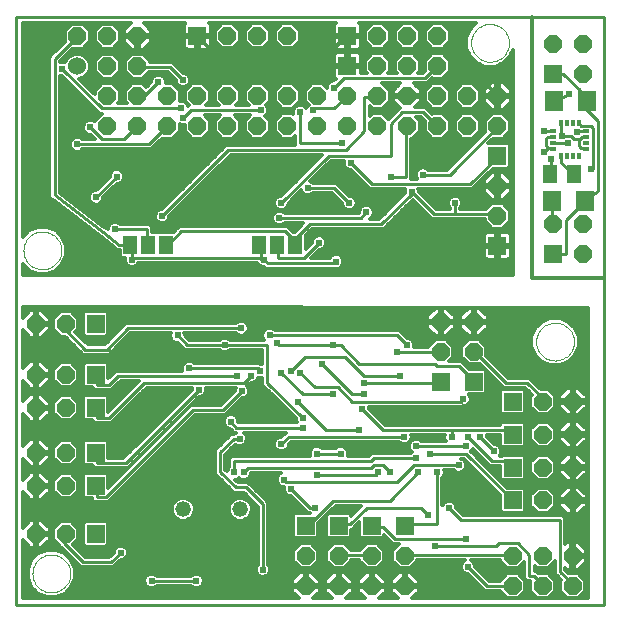
<source format=gbl>
G75*
G70*
%OFA0B0*%
%FSLAX24Y24*%
%IPPOS*%
%LPD*%
%AMOC8*
5,1,8,0,0,1.08239X$1,22.5*
%
%ADD10C,0.0000*%
%ADD11C,0.0100*%
%ADD12C,0.0120*%
%ADD13OC8,0.0600*%
%ADD14C,0.0520*%
%ADD15C,0.0600*%
%ADD16R,0.0600X0.0600*%
%ADD17R,0.0460X0.0630*%
%ADD18R,0.0118X0.0236*%
%ADD19R,0.0236X0.0118*%
%ADD20R,0.0630X0.0709*%
%ADD21R,0.0512X0.0630*%
%ADD22C,0.0320*%
%ADD23C,0.0240*%
D10*
X000873Y001262D02*
X000875Y001312D01*
X000881Y001362D01*
X000891Y001411D01*
X000905Y001459D01*
X000922Y001506D01*
X000943Y001551D01*
X000968Y001595D01*
X000996Y001636D01*
X001028Y001675D01*
X001062Y001712D01*
X001099Y001746D01*
X001139Y001776D01*
X001181Y001803D01*
X001225Y001827D01*
X001271Y001848D01*
X001318Y001864D01*
X001366Y001877D01*
X001416Y001886D01*
X001465Y001891D01*
X001516Y001892D01*
X001566Y001889D01*
X001615Y001882D01*
X001664Y001871D01*
X001712Y001856D01*
X001758Y001838D01*
X001803Y001816D01*
X001846Y001790D01*
X001887Y001761D01*
X001926Y001729D01*
X001962Y001694D01*
X001994Y001656D01*
X002024Y001616D01*
X002051Y001573D01*
X002074Y001529D01*
X002093Y001483D01*
X002109Y001435D01*
X002121Y001386D01*
X002129Y001337D01*
X002133Y001287D01*
X002133Y001237D01*
X002129Y001187D01*
X002121Y001138D01*
X002109Y001089D01*
X002093Y001041D01*
X002074Y000995D01*
X002051Y000951D01*
X002024Y000908D01*
X001994Y000868D01*
X001962Y000830D01*
X001926Y000795D01*
X001887Y000763D01*
X001846Y000734D01*
X001803Y000708D01*
X001758Y000686D01*
X001712Y000668D01*
X001664Y000653D01*
X001615Y000642D01*
X001566Y000635D01*
X001516Y000632D01*
X001465Y000633D01*
X001416Y000638D01*
X001366Y000647D01*
X001318Y000660D01*
X001271Y000676D01*
X001225Y000697D01*
X001181Y000721D01*
X001139Y000748D01*
X001099Y000778D01*
X001062Y000812D01*
X001028Y000849D01*
X000996Y000888D01*
X000968Y000929D01*
X000943Y000973D01*
X000922Y001018D01*
X000905Y001065D01*
X000891Y001113D01*
X000881Y001162D01*
X000875Y001212D01*
X000873Y001262D01*
X017663Y008992D02*
X017665Y009042D01*
X017671Y009092D01*
X017681Y009141D01*
X017695Y009189D01*
X017712Y009236D01*
X017733Y009281D01*
X017758Y009325D01*
X017786Y009366D01*
X017818Y009405D01*
X017852Y009442D01*
X017889Y009476D01*
X017929Y009506D01*
X017971Y009533D01*
X018015Y009557D01*
X018061Y009578D01*
X018108Y009594D01*
X018156Y009607D01*
X018206Y009616D01*
X018255Y009621D01*
X018306Y009622D01*
X018356Y009619D01*
X018405Y009612D01*
X018454Y009601D01*
X018502Y009586D01*
X018548Y009568D01*
X018593Y009546D01*
X018636Y009520D01*
X018677Y009491D01*
X018716Y009459D01*
X018752Y009424D01*
X018784Y009386D01*
X018814Y009346D01*
X018841Y009303D01*
X018864Y009259D01*
X018883Y009213D01*
X018899Y009165D01*
X018911Y009116D01*
X018919Y009067D01*
X018923Y009017D01*
X018923Y008967D01*
X018919Y008917D01*
X018911Y008868D01*
X018899Y008819D01*
X018883Y008771D01*
X018864Y008725D01*
X018841Y008681D01*
X018814Y008638D01*
X018784Y008598D01*
X018752Y008560D01*
X018716Y008525D01*
X018677Y008493D01*
X018636Y008464D01*
X018593Y008438D01*
X018548Y008416D01*
X018502Y008398D01*
X018454Y008383D01*
X018405Y008372D01*
X018356Y008365D01*
X018306Y008362D01*
X018255Y008363D01*
X018206Y008368D01*
X018156Y008377D01*
X018108Y008390D01*
X018061Y008406D01*
X018015Y008427D01*
X017971Y008451D01*
X017929Y008478D01*
X017889Y008508D01*
X017852Y008542D01*
X017818Y008579D01*
X017786Y008618D01*
X017758Y008659D01*
X017733Y008703D01*
X017712Y008748D01*
X017695Y008795D01*
X017681Y008843D01*
X017671Y008892D01*
X017665Y008942D01*
X017663Y008992D01*
X000573Y012032D02*
X000575Y012082D01*
X000581Y012132D01*
X000591Y012181D01*
X000605Y012229D01*
X000622Y012276D01*
X000643Y012321D01*
X000668Y012365D01*
X000696Y012406D01*
X000728Y012445D01*
X000762Y012482D01*
X000799Y012516D01*
X000839Y012546D01*
X000881Y012573D01*
X000925Y012597D01*
X000971Y012618D01*
X001018Y012634D01*
X001066Y012647D01*
X001116Y012656D01*
X001165Y012661D01*
X001216Y012662D01*
X001266Y012659D01*
X001315Y012652D01*
X001364Y012641D01*
X001412Y012626D01*
X001458Y012608D01*
X001503Y012586D01*
X001546Y012560D01*
X001587Y012531D01*
X001626Y012499D01*
X001662Y012464D01*
X001694Y012426D01*
X001724Y012386D01*
X001751Y012343D01*
X001774Y012299D01*
X001793Y012253D01*
X001809Y012205D01*
X001821Y012156D01*
X001829Y012107D01*
X001833Y012057D01*
X001833Y012007D01*
X001829Y011957D01*
X001821Y011908D01*
X001809Y011859D01*
X001793Y011811D01*
X001774Y011765D01*
X001751Y011721D01*
X001724Y011678D01*
X001694Y011638D01*
X001662Y011600D01*
X001626Y011565D01*
X001587Y011533D01*
X001546Y011504D01*
X001503Y011478D01*
X001458Y011456D01*
X001412Y011438D01*
X001364Y011423D01*
X001315Y011412D01*
X001266Y011405D01*
X001216Y011402D01*
X001165Y011403D01*
X001116Y011408D01*
X001066Y011417D01*
X001018Y011430D01*
X000971Y011446D01*
X000925Y011467D01*
X000881Y011491D01*
X000839Y011518D01*
X000799Y011548D01*
X000762Y011582D01*
X000728Y011619D01*
X000696Y011658D01*
X000668Y011699D01*
X000643Y011743D01*
X000622Y011788D01*
X000605Y011835D01*
X000591Y011883D01*
X000581Y011932D01*
X000575Y011982D01*
X000573Y012032D01*
X015493Y018952D02*
X015495Y019002D01*
X015501Y019052D01*
X015511Y019101D01*
X015525Y019149D01*
X015542Y019196D01*
X015563Y019241D01*
X015588Y019285D01*
X015616Y019326D01*
X015648Y019365D01*
X015682Y019402D01*
X015719Y019436D01*
X015759Y019466D01*
X015801Y019493D01*
X015845Y019517D01*
X015891Y019538D01*
X015938Y019554D01*
X015986Y019567D01*
X016036Y019576D01*
X016085Y019581D01*
X016136Y019582D01*
X016186Y019579D01*
X016235Y019572D01*
X016284Y019561D01*
X016332Y019546D01*
X016378Y019528D01*
X016423Y019506D01*
X016466Y019480D01*
X016507Y019451D01*
X016546Y019419D01*
X016582Y019384D01*
X016614Y019346D01*
X016644Y019306D01*
X016671Y019263D01*
X016694Y019219D01*
X016713Y019173D01*
X016729Y019125D01*
X016741Y019076D01*
X016749Y019027D01*
X016753Y018977D01*
X016753Y018927D01*
X016749Y018877D01*
X016741Y018828D01*
X016729Y018779D01*
X016713Y018731D01*
X016694Y018685D01*
X016671Y018641D01*
X016644Y018598D01*
X016614Y018558D01*
X016582Y018520D01*
X016546Y018485D01*
X016507Y018453D01*
X016466Y018424D01*
X016423Y018398D01*
X016378Y018376D01*
X016332Y018358D01*
X016284Y018343D01*
X016235Y018332D01*
X016186Y018325D01*
X016136Y018322D01*
X016085Y018323D01*
X016036Y018328D01*
X015986Y018337D01*
X015938Y018350D01*
X015891Y018366D01*
X015845Y018387D01*
X015801Y018411D01*
X015759Y018438D01*
X015719Y018468D01*
X015682Y018502D01*
X015648Y018539D01*
X015616Y018578D01*
X015588Y018619D01*
X015563Y018663D01*
X015542Y018708D01*
X015525Y018755D01*
X015511Y018803D01*
X015501Y018852D01*
X015495Y018902D01*
X015493Y018952D01*
D11*
X000333Y019822D02*
X000333Y000222D01*
X019933Y000222D01*
X019933Y011122D01*
X019933Y019822D01*
X017533Y019822D01*
X000333Y019822D01*
X001608Y018400D02*
X002364Y019156D01*
X002369Y019173D01*
X001608Y018400D02*
X001608Y013871D01*
X003216Y012651D01*
X003750Y012227D01*
X004128Y012227D01*
X004133Y012222D01*
X004191Y012164D01*
X004191Y011786D01*
X004191Y011723D01*
X004191Y011786D02*
X008474Y011786D01*
X008474Y012164D01*
X008433Y012222D01*
X008474Y011786D02*
X008474Y011723D01*
X008600Y011723D01*
X008726Y011597D01*
X010931Y011597D01*
X010994Y011660D01*
X010427Y012290D02*
X009923Y011786D01*
X009041Y011786D01*
X009041Y012164D01*
X009033Y012222D01*
X009293Y012668D02*
X009608Y012353D01*
X009608Y012227D01*
X009633Y012222D01*
X009608Y012416D01*
X010112Y012920D01*
X012506Y012920D01*
X013514Y013928D01*
X013514Y013991D01*
X014270Y013235D01*
X014963Y013235D01*
X014963Y013613D01*
X014963Y013235D02*
X016348Y013235D01*
X016371Y013182D01*
X015466Y014243D02*
X016348Y015125D01*
X016373Y015182D01*
X016348Y016133D02*
X014774Y014558D01*
X013892Y014558D01*
X013325Y014495D02*
X012821Y014495D01*
X013325Y014495D02*
X013325Y016133D01*
X013363Y016182D01*
X013199Y016637D02*
X012821Y016259D01*
X012821Y015188D01*
X010742Y015188D01*
X009167Y013613D01*
X009104Y013109D02*
X011813Y013109D01*
X012002Y013298D01*
X011435Y013613D02*
X010931Y014117D01*
X010049Y014117D01*
X011498Y014936D02*
X012191Y014243D01*
X015466Y014243D01*
X017933Y015312D02*
X018033Y015412D01*
X018073Y015432D01*
X018003Y015512D01*
X018003Y015792D01*
X018043Y015812D01*
X018223Y015812D01*
X018231Y015820D01*
X018231Y015623D02*
X018233Y015622D01*
X018243Y015612D01*
X018713Y015612D01*
X018913Y015742D02*
X019103Y015742D01*
X019113Y015742D01*
X019183Y015812D01*
X019333Y015812D01*
X019334Y015820D01*
X019333Y016012D02*
X019334Y016017D01*
X019333Y016012D02*
X019033Y016012D01*
X019013Y015972D01*
X018813Y015842D02*
X018913Y015742D01*
X018813Y015842D02*
X018493Y015842D01*
X018493Y015862D01*
X018533Y015862D01*
X018493Y015862D02*
X018493Y016272D01*
X018487Y016273D01*
X018231Y016017D02*
X018223Y016022D01*
X017933Y016022D01*
X018073Y015432D02*
X018223Y015432D01*
X018231Y015426D01*
X018163Y015072D02*
X018163Y014572D01*
X018139Y014572D01*
X018493Y014952D02*
X018503Y014952D01*
X018923Y014572D01*
X018926Y014572D01*
X018493Y014952D02*
X018493Y015162D01*
X018487Y015171D01*
X019103Y015522D02*
X019103Y015742D01*
X019103Y015522D02*
X019163Y015432D01*
X019333Y015432D01*
X019334Y015426D01*
X019503Y014752D02*
X019563Y014752D01*
X019563Y016122D01*
X019493Y016192D01*
X019163Y016192D01*
X019083Y016272D01*
X019078Y016273D01*
X019233Y016862D02*
X019733Y016362D01*
X019733Y014022D01*
X019333Y013732D01*
X019304Y013692D01*
X019303Y013692D01*
X018643Y013032D01*
X018643Y011922D01*
X018233Y011922D01*
X018233Y012922D02*
X018203Y012922D01*
X018203Y013692D01*
X018201Y013692D01*
X016348Y016133D02*
X016373Y016182D01*
X014363Y016182D02*
X014333Y016196D01*
X013892Y016637D01*
X013199Y016637D01*
X012363Y017182D02*
X012317Y017141D01*
X011939Y017141D01*
X011939Y016007D01*
X011309Y015377D01*
X007403Y015377D01*
X005199Y013172D01*
X004695Y012731D02*
X003624Y012731D01*
X004695Y012731D02*
X004695Y012227D01*
X004733Y012222D01*
X005333Y012222D02*
X005388Y012227D01*
X005829Y012668D01*
X009293Y012668D01*
X009797Y015629D02*
X011183Y015629D01*
X009797Y015629D02*
X009797Y016637D01*
X010238Y016700D02*
X010301Y016763D01*
X010931Y016763D01*
X011309Y017141D01*
X011363Y017182D01*
X010931Y017456D02*
X011246Y017771D01*
X013955Y017771D01*
X014333Y018149D01*
X014373Y018182D01*
X018232Y017916D02*
X018233Y017912D01*
X018563Y017912D01*
X019113Y017382D01*
X019123Y017102D01*
X019203Y016902D01*
X019364Y017002D01*
X019233Y016862D01*
X018743Y017232D02*
X018423Y017082D01*
X018423Y016902D01*
X018261Y017002D01*
X008474Y016700D02*
X006144Y016700D01*
X005892Y016448D01*
X005363Y016182D02*
X005325Y016133D01*
X004758Y015566D01*
X002364Y015566D01*
X002805Y016133D02*
X003183Y015755D01*
X003939Y015755D01*
X004317Y016133D01*
X004363Y016182D01*
X003183Y016763D02*
X005829Y016763D01*
X005073Y017645D02*
X004632Y017204D01*
X004380Y017204D01*
X004363Y017182D01*
X003183Y016763D02*
X001860Y018086D01*
X004369Y018173D02*
X004380Y018149D01*
X005451Y018149D01*
X005892Y017708D01*
X003687Y014495D02*
X002994Y013802D01*
X001982Y009582D02*
X002007Y009356D01*
X002637Y008726D01*
X003346Y008726D01*
X004055Y009434D01*
X007834Y009434D01*
X007283Y008883D02*
X006023Y008883D01*
X005708Y009198D01*
X007283Y008883D02*
X008700Y008883D01*
X008700Y007623D01*
X009881Y006442D01*
X009881Y006127D02*
X009880Y006126D01*
X007669Y006126D01*
X007489Y006305D01*
X007489Y006327D01*
X007236Y006710D02*
X006228Y006710D01*
X003330Y003812D01*
X003015Y003812D01*
X002983Y004185D01*
X003031Y004946D02*
X002983Y005288D01*
X003031Y004946D02*
X003976Y004946D01*
X006417Y007387D01*
X007236Y006710D02*
X007866Y007340D01*
X007913Y007623D02*
X004606Y007623D01*
X003425Y006442D01*
X003031Y006442D01*
X002983Y006785D01*
X003031Y007545D02*
X002983Y007889D01*
X003031Y007545D02*
X003425Y007545D01*
X003740Y007860D01*
X007677Y007860D01*
X007913Y007623D02*
X008149Y007860D01*
X008385Y008096D02*
X006102Y008096D01*
X008385Y008096D02*
X008464Y008017D01*
X009173Y007938D02*
X009881Y007230D01*
X010905Y007230D01*
X011063Y007466D02*
X011535Y006993D01*
X015157Y006993D01*
X015236Y007072D01*
X014483Y007652D02*
X014448Y007623D01*
X011929Y007623D01*
X011929Y007860D02*
X013110Y007860D01*
X011929Y007860D02*
X011299Y008489D01*
X009960Y008489D01*
X009488Y008017D01*
X009803Y007938D02*
X010275Y007466D01*
X011063Y007466D01*
X011535Y007230D02*
X011929Y007230D01*
X011535Y007230D02*
X010511Y008253D01*
X010905Y008883D02*
X011141Y008883D01*
X011771Y008253D01*
X014291Y008253D01*
X014370Y008174D01*
X015078Y008174D01*
X015551Y007702D01*
X015583Y007652D01*
X015629Y008647D02*
X016653Y007623D01*
X017362Y007623D01*
X017913Y007072D01*
X017883Y006995D01*
X016811Y005970D02*
X016732Y006049D01*
X014842Y006049D01*
X014842Y005812D01*
X014842Y006049D02*
X012559Y006049D01*
X011850Y006757D01*
X011771Y006049D02*
X010669Y006049D01*
X009724Y006993D01*
X009409Y005812D02*
X013267Y005812D01*
X013661Y005497D02*
X015314Y005497D01*
X015314Y005261D02*
X014133Y005261D01*
X013661Y005104D02*
X012244Y005104D01*
X012165Y005025D01*
X007598Y005025D01*
X007598Y004631D01*
X007913Y004631D02*
X008070Y004789D01*
X012165Y004789D01*
X012244Y004867D01*
X012559Y004867D01*
X012795Y004631D01*
X012401Y004631D02*
X012322Y004552D01*
X010354Y004552D01*
X009488Y004080D02*
X010118Y003450D01*
X010275Y003450D01*
X010118Y002899D02*
X010905Y003686D01*
X012795Y003686D01*
X013740Y004631D01*
X013582Y004867D02*
X015078Y004867D01*
X015314Y005261D02*
X016811Y003765D01*
X016883Y003698D01*
X018464Y003056D02*
X015157Y003056D01*
X014763Y003450D01*
X014055Y003214D02*
X013818Y003450D01*
X012007Y003450D01*
X011456Y002899D01*
X011141Y002899D01*
X011083Y002852D01*
X010118Y002899D02*
X010039Y002899D01*
X009983Y002852D01*
X008550Y003565D02*
X007982Y004132D01*
X007655Y004132D01*
X007128Y004659D01*
X007128Y005300D01*
X007574Y005746D01*
X007772Y005746D01*
X007776Y005751D01*
X009173Y005576D02*
X009409Y005812D01*
X010354Y005261D02*
X011141Y005261D01*
X009330Y004316D02*
X009251Y004395D01*
X009330Y004316D02*
X013031Y004316D01*
X013582Y004867D01*
X014370Y004631D02*
X014370Y002899D01*
X013346Y002899D01*
X013283Y002852D01*
X012952Y002426D02*
X012559Y002820D01*
X012244Y002820D01*
X012183Y002852D01*
X012952Y002426D02*
X015314Y002426D01*
X014291Y002190D02*
X016338Y002190D01*
X016417Y002269D01*
X017047Y002269D01*
X017440Y001875D01*
X017440Y001167D01*
X017598Y001167D01*
X017834Y000930D01*
X017878Y000852D01*
X018464Y001324D02*
X018464Y003056D01*
X016878Y001852D02*
X016811Y001875D01*
X013346Y001875D01*
X013283Y001852D01*
X012183Y001852D02*
X012165Y001875D01*
X011141Y001875D01*
X011083Y001852D01*
X008550Y001393D02*
X008550Y003565D01*
X006338Y001009D02*
X004842Y001009D01*
X003818Y001954D02*
X003503Y001639D01*
X002559Y001639D01*
X001929Y002269D01*
X001983Y002582D01*
X013031Y008647D02*
X014448Y008647D01*
X014483Y008652D01*
X015583Y008652D02*
X015629Y008647D01*
X013346Y008883D02*
X013031Y009198D01*
X008779Y009198D01*
X009015Y008962D02*
X009094Y008883D01*
X010905Y008883D01*
X015393Y005812D02*
X016181Y005025D01*
X016653Y005025D01*
X016811Y004867D01*
X016883Y004795D01*
X016259Y005340D02*
X015787Y005812D01*
X016811Y005970D02*
X016883Y005895D01*
X015393Y001482D02*
X016023Y000852D01*
X016811Y000852D01*
X016878Y000852D01*
X018464Y001324D02*
X018858Y000930D01*
X018878Y000852D01*
D12*
X019153Y001170D02*
X019392Y001170D01*
X019392Y001052D02*
X019272Y001052D01*
X019298Y001026D02*
X019052Y001272D01*
X018757Y001272D01*
X018634Y001394D01*
X018634Y001445D01*
X018687Y001392D01*
X018838Y001392D01*
X018838Y001811D01*
X018918Y001811D01*
X018918Y001392D01*
X019068Y001392D01*
X019338Y001661D01*
X019338Y001812D01*
X018918Y001812D01*
X018918Y001892D01*
X019338Y001892D01*
X019338Y002042D01*
X019068Y002312D01*
X018918Y002312D01*
X018918Y001892D01*
X018838Y001892D01*
X018838Y002312D01*
X018687Y002312D01*
X018634Y002259D01*
X018634Y002986D01*
X018634Y003127D01*
X018534Y003226D01*
X015227Y003226D01*
X015003Y003450D01*
X015003Y003498D01*
X014967Y003586D01*
X014899Y003654D01*
X014811Y003690D01*
X014716Y003690D01*
X014627Y003654D01*
X014560Y003586D01*
X014540Y003537D01*
X014540Y004462D01*
X014573Y004495D01*
X014610Y004583D01*
X014610Y004679D01*
X014602Y004697D01*
X014909Y004697D01*
X014942Y004664D01*
X015031Y004627D01*
X015126Y004627D01*
X015214Y004664D01*
X015282Y004731D01*
X015318Y004820D01*
X015318Y004915D01*
X015282Y005003D01*
X015214Y005071D01*
X015165Y005091D01*
X015244Y005091D01*
X016463Y003873D01*
X016463Y003349D01*
X016533Y003278D01*
X017232Y003278D01*
X017303Y003349D01*
X017303Y004048D01*
X017232Y004118D01*
X016698Y004118D01*
X015486Y005330D01*
X015518Y005361D01*
X015543Y005422D01*
X016110Y004855D01*
X016251Y004855D01*
X016463Y004855D01*
X016463Y004445D01*
X016533Y004375D01*
X017232Y004375D01*
X017303Y004445D01*
X017303Y005145D01*
X017232Y005215D01*
X016533Y005215D01*
X016513Y005195D01*
X016454Y005195D01*
X016463Y005204D01*
X016499Y005292D01*
X016499Y005388D01*
X016463Y005476D01*
X016395Y005543D01*
X016307Y005580D01*
X016260Y005580D01*
X016027Y005813D01*
X016027Y005860D01*
X016019Y005879D01*
X016463Y005879D01*
X016463Y005545D01*
X016533Y005475D01*
X017232Y005475D01*
X017303Y005545D01*
X017303Y006245D01*
X017232Y006315D01*
X016533Y006315D01*
X016463Y006245D01*
X016463Y006218D01*
X014912Y006218D01*
X014772Y006218D01*
X012629Y006218D01*
X012090Y006758D01*
X012090Y006805D01*
X012082Y006823D01*
X015087Y006823D01*
X015227Y006823D01*
X015236Y006832D01*
X015283Y006832D01*
X015372Y006869D01*
X015439Y006936D01*
X015476Y007024D01*
X015476Y007120D01*
X015439Y007208D01*
X015415Y007232D01*
X015932Y007232D01*
X016003Y007302D01*
X016003Y008001D01*
X015932Y008072D01*
X015421Y008072D01*
X015248Y008245D01*
X015149Y008344D01*
X014769Y008344D01*
X014903Y008478D01*
X014903Y008826D01*
X014657Y009072D01*
X014309Y009072D01*
X014063Y008826D01*
X014063Y008817D01*
X013578Y008817D01*
X013586Y008835D01*
X013586Y008931D01*
X013549Y009019D01*
X013482Y009087D01*
X013394Y009123D01*
X013346Y009123D01*
X013201Y009269D01*
X013101Y009368D01*
X008948Y009368D01*
X008915Y009402D01*
X008827Y009438D01*
X008731Y009438D01*
X008643Y009402D01*
X008576Y009334D01*
X008539Y009246D01*
X008539Y009150D01*
X008576Y009062D01*
X008585Y009053D01*
X007452Y009053D01*
X007419Y009087D01*
X007331Y009123D01*
X007235Y009123D01*
X007147Y009087D01*
X007114Y009053D01*
X006094Y009053D01*
X005948Y009198D01*
X005948Y009246D01*
X005940Y009264D01*
X007665Y009264D01*
X007698Y009231D01*
X005948Y009231D01*
X006034Y009112D02*
X007210Y009112D01*
X007356Y009112D02*
X008555Y009112D01*
X008539Y009231D02*
X007970Y009231D01*
X008038Y009298D01*
X008074Y009387D01*
X008074Y009482D01*
X008038Y009570D01*
X007970Y009638D01*
X007882Y009674D01*
X007786Y009674D01*
X007698Y009638D01*
X007665Y009604D01*
X004125Y009604D01*
X003984Y009604D01*
X003276Y008896D01*
X002708Y008896D01*
X002299Y009305D01*
X002402Y009408D01*
X002402Y009756D01*
X002156Y010002D01*
X001808Y010002D01*
X001562Y009756D01*
X001562Y009408D01*
X001808Y009162D01*
X001961Y009162D01*
X002467Y008655D01*
X002567Y008556D01*
X003416Y008556D01*
X003516Y008655D01*
X004125Y009264D01*
X005476Y009264D01*
X005468Y009246D01*
X005468Y009150D01*
X005505Y009062D01*
X005572Y008995D01*
X005660Y008958D01*
X005708Y008958D01*
X005853Y008813D01*
X005953Y008713D01*
X007114Y008713D01*
X007147Y008680D01*
X007235Y008643D01*
X007331Y008643D01*
X007419Y008680D01*
X007452Y008713D01*
X008530Y008713D01*
X008530Y008249D01*
X008512Y008257D01*
X008464Y008257D01*
X008456Y008266D01*
X006271Y008266D01*
X006238Y008299D01*
X006150Y008336D01*
X006054Y008336D01*
X005966Y008299D01*
X005898Y008232D01*
X005862Y008143D01*
X005862Y008048D01*
X005870Y008029D01*
X003810Y008029D01*
X003669Y008029D01*
X003403Y007763D01*
X003403Y008238D01*
X003332Y008308D01*
X002633Y008308D01*
X002563Y008238D01*
X002563Y007539D01*
X002633Y007469D01*
X002867Y007469D01*
X002871Y007465D01*
X002872Y007451D01*
X002919Y007416D01*
X002961Y007375D01*
X002974Y007375D01*
X002985Y007366D01*
X003043Y007375D01*
X003495Y007375D01*
X003595Y007474D01*
X003810Y007690D01*
X004432Y007690D01*
X003403Y006660D01*
X003403Y007135D01*
X003332Y007205D01*
X002633Y007205D01*
X002563Y007135D01*
X002563Y006435D01*
X002633Y006365D01*
X002868Y006365D01*
X002871Y006362D01*
X002873Y006349D01*
X002919Y006314D01*
X002961Y006272D01*
X002974Y006272D01*
X002985Y006264D01*
X003043Y006272D01*
X003495Y006272D01*
X003595Y006372D01*
X004676Y007453D01*
X006184Y007453D01*
X006185Y007453D02*
X006177Y007435D01*
X006177Y007387D01*
X003906Y005116D01*
X003403Y005116D01*
X003403Y005638D01*
X003332Y005708D01*
X002633Y005708D01*
X002563Y005638D01*
X002563Y004939D01*
X002633Y004868D01*
X002868Y004868D01*
X002871Y004866D01*
X002873Y004853D01*
X002919Y004817D01*
X002961Y004776D01*
X002974Y004776D01*
X002985Y004768D01*
X003043Y004776D01*
X004046Y004776D01*
X004146Y004876D01*
X006417Y007147D01*
X006465Y007147D01*
X006553Y007184D01*
X006620Y007251D01*
X006657Y007339D01*
X006657Y007435D01*
X006649Y007453D01*
X007653Y007453D01*
X007626Y007388D01*
X007626Y007340D01*
X007165Y006880D01*
X006298Y006880D01*
X006157Y006880D01*
X003403Y004125D01*
X003403Y004535D01*
X003332Y004605D01*
X002633Y004605D01*
X002563Y004535D01*
X002563Y003835D01*
X002633Y003765D01*
X002845Y003765D01*
X002845Y003742D01*
X002851Y003736D01*
X002852Y003727D01*
X002900Y003687D01*
X002945Y003642D01*
X002953Y003642D01*
X002960Y003637D01*
X003023Y003642D01*
X003401Y003642D01*
X003500Y003742D01*
X006298Y006540D01*
X007306Y006540D01*
X007406Y006639D01*
X007866Y007100D01*
X007913Y007100D01*
X008002Y007136D01*
X008069Y007204D01*
X008106Y007292D01*
X008106Y007388D01*
X008069Y007476D01*
X008037Y007507D01*
X008083Y007553D01*
X008149Y007620D01*
X008197Y007620D01*
X008285Y007656D01*
X008353Y007724D01*
X008381Y007792D01*
X008416Y007777D01*
X008512Y007777D01*
X008530Y007785D01*
X008530Y007553D01*
X008630Y007453D01*
X008079Y007453D01*
X008101Y007571D02*
X008530Y007571D01*
X008530Y007690D02*
X008319Y007690D01*
X008630Y007453D02*
X009641Y006442D01*
X009641Y006394D01*
X009678Y006306D01*
X009689Y006296D01*
X007739Y006296D01*
X007729Y006306D01*
X007729Y006375D01*
X007693Y006463D01*
X007625Y006531D01*
X007537Y006567D01*
X007441Y006567D01*
X007353Y006531D01*
X007286Y006463D01*
X007249Y006375D01*
X007249Y006279D01*
X007286Y006191D01*
X007353Y006124D01*
X007441Y006087D01*
X007467Y006087D01*
X007499Y006055D01*
X007599Y005956D01*
X007644Y005956D01*
X007640Y005954D01*
X007602Y005916D01*
X007504Y005916D01*
X007404Y005817D01*
X006958Y005370D01*
X006958Y005229D01*
X006958Y004589D01*
X007058Y004489D01*
X004248Y004489D01*
X004366Y004608D02*
X006958Y004608D01*
X006958Y004726D02*
X004485Y004726D01*
X004603Y004845D02*
X006958Y004845D01*
X006958Y004963D02*
X004722Y004963D01*
X004840Y005082D02*
X006958Y005082D01*
X006958Y005201D02*
X004959Y005201D01*
X005077Y005319D02*
X006958Y005319D01*
X007025Y005438D02*
X005196Y005438D01*
X005315Y005556D02*
X007144Y005556D01*
X007262Y005675D02*
X005433Y005675D01*
X005552Y005793D02*
X007381Y005793D01*
X007499Y005912D02*
X005670Y005912D01*
X005789Y006030D02*
X007524Y006030D01*
X007328Y006149D02*
X005907Y006149D01*
X006026Y006267D02*
X007254Y006267D01*
X007254Y006386D02*
X006144Y006386D01*
X006263Y006505D02*
X007327Y006505D01*
X007389Y006623D02*
X009460Y006623D01*
X009440Y006458D02*
X008811Y006458D01*
X009223Y006860D02*
X007626Y006860D01*
X007508Y006742D02*
X009342Y006742D01*
X009579Y006505D02*
X007651Y006505D01*
X007725Y006386D02*
X009645Y006386D01*
X009312Y005956D02*
X009239Y005883D01*
X009172Y005816D01*
X009125Y005816D01*
X009037Y005779D01*
X008969Y005712D01*
X008933Y005624D01*
X008933Y005528D01*
X008969Y005440D01*
X009037Y005373D01*
X009125Y005336D01*
X009220Y005336D01*
X009309Y005373D01*
X009376Y005440D01*
X009413Y005528D01*
X009413Y005576D01*
X009479Y005642D01*
X013098Y005642D01*
X013131Y005609D01*
X013219Y005572D01*
X013315Y005572D01*
X013403Y005609D01*
X013471Y005676D01*
X013507Y005765D01*
X013507Y005860D01*
X013500Y005879D01*
X014610Y005879D01*
X014602Y005860D01*
X014602Y005765D01*
X014639Y005676D01*
X014648Y005667D01*
X013830Y005667D01*
X013797Y005701D01*
X013709Y005737D01*
X013613Y005737D01*
X013525Y005701D01*
X013457Y005633D01*
X013421Y005545D01*
X013421Y005450D01*
X013457Y005361D01*
X013518Y005300D01*
X013491Y005274D01*
X012314Y005274D01*
X012173Y005274D01*
X012094Y005195D01*
X011374Y005195D01*
X011381Y005213D01*
X011381Y005309D01*
X011345Y005397D01*
X011277Y005465D01*
X011189Y005501D01*
X011094Y005501D01*
X011005Y005465D01*
X010972Y005431D01*
X010523Y005431D01*
X010490Y005465D01*
X010402Y005501D01*
X010306Y005501D01*
X010218Y005465D01*
X010150Y005397D01*
X010114Y005309D01*
X010114Y005213D01*
X010122Y005195D01*
X007528Y005195D01*
X007428Y005095D01*
X007428Y004954D01*
X007428Y004801D01*
X007394Y004767D01*
X007358Y004679D01*
X007358Y004670D01*
X007298Y004730D01*
X007298Y005229D01*
X007628Y005560D01*
X007640Y005547D01*
X007729Y005511D01*
X007824Y005511D01*
X007912Y005547D01*
X007980Y005615D01*
X008016Y005703D01*
X008016Y005799D01*
X007980Y005887D01*
X007912Y005954D01*
X007909Y005956D01*
X009312Y005956D01*
X009268Y005912D02*
X007955Y005912D01*
X008016Y005793D02*
X009070Y005793D01*
X008954Y005675D02*
X008004Y005675D01*
X007921Y005556D02*
X008933Y005556D01*
X008972Y005438D02*
X007506Y005438D01*
X007625Y005556D02*
X007631Y005556D01*
X007388Y005319D02*
X010118Y005319D01*
X010119Y005201D02*
X007298Y005201D01*
X007298Y005082D02*
X007428Y005082D01*
X007428Y004963D02*
X007298Y004963D01*
X007298Y004845D02*
X007428Y004845D01*
X007378Y004726D02*
X007301Y004726D01*
X007058Y004489D02*
X007584Y003962D01*
X007725Y003962D01*
X007912Y003962D01*
X008380Y003494D01*
X008380Y001562D01*
X008347Y001529D01*
X008310Y001440D01*
X008310Y001345D01*
X008347Y001257D01*
X008414Y001189D01*
X008502Y001153D01*
X008598Y001153D01*
X008686Y001189D01*
X008754Y001257D01*
X008790Y001345D01*
X008790Y001440D01*
X008754Y001529D01*
X008720Y001562D01*
X008720Y003494D01*
X008720Y003635D01*
X008152Y004203D01*
X008053Y004302D01*
X007725Y004302D01*
X007636Y004391D01*
X007646Y004391D01*
X007734Y004428D01*
X007755Y004449D01*
X007777Y004428D01*
X007865Y004391D01*
X007961Y004391D01*
X008049Y004428D01*
X008116Y004495D01*
X008153Y004583D01*
X008153Y004619D01*
X009165Y004619D01*
X009116Y004598D01*
X009048Y004531D01*
X009011Y004443D01*
X009011Y004347D01*
X009048Y004259D01*
X009116Y004191D01*
X009204Y004155D01*
X009251Y004155D01*
X009257Y004149D01*
X009248Y004128D01*
X009248Y004032D01*
X009284Y003944D01*
X009352Y003877D01*
X009440Y003840D01*
X009487Y003840D01*
X009948Y003380D01*
X010047Y003280D01*
X010106Y003280D01*
X010114Y003272D01*
X009633Y003272D01*
X009563Y003201D01*
X009563Y002502D01*
X009633Y002432D01*
X010332Y002432D01*
X010403Y002502D01*
X010403Y002943D01*
X010975Y003516D01*
X011833Y003516D01*
X011503Y003186D01*
X011503Y003201D01*
X011432Y003272D01*
X010733Y003272D01*
X010663Y003201D01*
X010663Y002502D01*
X010733Y002432D01*
X011432Y002432D01*
X011503Y002502D01*
X011503Y002729D01*
X011527Y002729D01*
X011626Y002828D01*
X011763Y002965D01*
X011763Y002502D01*
X011833Y002432D01*
X012532Y002432D01*
X012603Y002502D01*
X012603Y002536D01*
X012882Y002256D01*
X013023Y002256D01*
X013093Y002256D01*
X012863Y002026D01*
X012863Y001678D01*
X013109Y001432D01*
X013457Y001432D01*
X013703Y001678D01*
X013703Y001705D01*
X015306Y001705D01*
X015257Y001685D01*
X015190Y001618D01*
X015153Y001529D01*
X015153Y001434D01*
X015190Y001346D01*
X015257Y001278D01*
X015345Y001242D01*
X015393Y001242D01*
X015853Y000781D01*
X015953Y000682D01*
X016458Y000682D01*
X016458Y000678D01*
X016704Y000432D01*
X017052Y000432D01*
X017298Y000678D01*
X017298Y001026D01*
X017052Y001272D01*
X016704Y001272D01*
X016458Y001026D01*
X016458Y001022D01*
X016094Y001022D01*
X015633Y001482D01*
X015633Y001529D01*
X015597Y001618D01*
X015529Y001685D01*
X015480Y001705D01*
X016458Y001705D01*
X016458Y001678D01*
X016704Y001432D01*
X017052Y001432D01*
X017270Y001651D01*
X017270Y001237D01*
X017270Y001096D01*
X017370Y000997D01*
X017458Y000997D01*
X017458Y000678D01*
X017704Y000432D01*
X018052Y000432D01*
X018298Y000678D01*
X018298Y001026D01*
X018052Y001272D01*
X017733Y001272D01*
X017668Y001337D01*
X017610Y001337D01*
X017610Y001525D01*
X017704Y001432D01*
X018052Y001432D01*
X018294Y001674D01*
X018294Y001254D01*
X018394Y001154D01*
X018490Y001058D01*
X018458Y001026D01*
X018458Y000678D01*
X018704Y000432D01*
X019052Y000432D01*
X019298Y000678D01*
X019298Y001026D01*
X019298Y000933D02*
X019392Y000933D01*
X019392Y000814D02*
X019298Y000814D01*
X019298Y000696D02*
X019392Y000696D01*
X019392Y000577D02*
X019197Y000577D01*
X019079Y000459D02*
X019392Y000459D01*
X019392Y000432D02*
X013513Y000432D01*
X013743Y000661D01*
X013743Y000812D01*
X013323Y000812D01*
X013323Y000892D01*
X013743Y000892D01*
X013743Y001042D01*
X013473Y001312D01*
X013323Y001312D01*
X013323Y000892D01*
X013243Y000892D01*
X013243Y001312D01*
X013092Y001312D01*
X012823Y001042D01*
X012823Y000892D01*
X013242Y000892D01*
X013242Y000812D01*
X012823Y000812D01*
X012823Y000661D01*
X013052Y000432D01*
X012413Y000432D01*
X012643Y000661D01*
X012643Y000812D01*
X012223Y000812D01*
X012223Y000892D01*
X012643Y000892D01*
X012643Y001042D01*
X012373Y001312D01*
X012223Y001312D01*
X012223Y000892D01*
X012143Y000892D01*
X012143Y001312D01*
X011992Y001312D01*
X011723Y001042D01*
X011723Y000892D01*
X012142Y000892D01*
X012142Y000812D01*
X011723Y000812D01*
X011723Y000661D01*
X011952Y000432D01*
X011313Y000432D01*
X011543Y000661D01*
X011543Y000812D01*
X011123Y000812D01*
X011123Y000892D01*
X011543Y000892D01*
X011543Y001042D01*
X011273Y001312D01*
X011123Y001312D01*
X011123Y000892D01*
X011043Y000892D01*
X011043Y001312D01*
X010892Y001312D01*
X010623Y001042D01*
X010623Y000892D01*
X011042Y000892D01*
X011042Y000812D01*
X010623Y000812D01*
X010623Y000661D01*
X010852Y000432D01*
X010213Y000432D01*
X010443Y000661D01*
X010443Y000812D01*
X010023Y000812D01*
X010023Y000892D01*
X010443Y000892D01*
X010443Y001042D01*
X010173Y001312D01*
X010023Y001312D01*
X010023Y000892D01*
X009943Y000892D01*
X009943Y001312D01*
X009792Y001312D01*
X009523Y001042D01*
X009523Y000892D01*
X009942Y000892D01*
X009942Y000812D01*
X009523Y000812D01*
X009523Y000661D01*
X009752Y000432D01*
X000543Y000432D01*
X000543Y002371D01*
X000792Y002122D01*
X000943Y002122D01*
X000943Y002541D01*
X001023Y002541D01*
X001023Y002122D01*
X001173Y002122D01*
X001443Y002391D01*
X001443Y002542D01*
X001023Y002542D01*
X001023Y002622D01*
X001443Y002622D01*
X001443Y002772D01*
X001173Y003042D01*
X001023Y003042D01*
X001023Y002622D01*
X000943Y002622D01*
X000943Y003042D01*
X000792Y003042D01*
X000543Y002792D01*
X000543Y003975D01*
X000792Y003725D01*
X000943Y003725D01*
X000943Y004145D01*
X001023Y004145D01*
X001023Y004225D01*
X001443Y004225D01*
X001443Y004376D01*
X001173Y004645D01*
X001023Y004645D01*
X001023Y004225D01*
X000943Y004225D01*
X000943Y004645D01*
X000792Y004645D01*
X000543Y004395D01*
X000543Y005078D01*
X000792Y004828D01*
X000943Y004828D01*
X000943Y005248D01*
X001023Y005248D01*
X001023Y005328D01*
X001443Y005328D01*
X001443Y005479D01*
X001173Y005748D01*
X001023Y005748D01*
X001023Y005329D01*
X000943Y005329D01*
X000943Y005748D01*
X000792Y005748D01*
X000543Y005499D01*
X000543Y006575D01*
X000792Y006325D01*
X000943Y006325D01*
X000943Y006745D01*
X001023Y006745D01*
X001023Y006825D01*
X001443Y006825D01*
X001443Y006976D01*
X001173Y007245D01*
X001023Y007245D01*
X001023Y006825D01*
X000943Y006825D01*
X000943Y007245D01*
X000792Y007245D01*
X000543Y006996D01*
X000543Y007678D01*
X000792Y007429D01*
X000943Y007429D01*
X000943Y007848D01*
X001023Y007848D01*
X001023Y007929D01*
X000943Y007929D01*
X000943Y008348D01*
X000792Y008348D01*
X000543Y008099D01*
X000543Y009371D01*
X000792Y009122D01*
X000942Y009122D01*
X000942Y009542D01*
X001022Y009542D01*
X001022Y009122D01*
X001173Y009122D01*
X001442Y009391D01*
X001442Y009542D01*
X001022Y009542D01*
X001022Y009622D01*
X000942Y009622D01*
X000942Y010042D01*
X000792Y010042D01*
X000543Y009793D01*
X000543Y010141D01*
X019383Y010112D01*
X019392Y000432D01*
X018677Y000459D02*
X018079Y000459D01*
X018197Y000577D02*
X018558Y000577D01*
X018458Y000696D02*
X018298Y000696D01*
X018298Y000814D02*
X018458Y000814D01*
X018458Y000933D02*
X018298Y000933D01*
X018272Y001052D02*
X018484Y001052D01*
X018378Y001170D02*
X018153Y001170D01*
X018294Y001289D02*
X017716Y001289D01*
X017610Y001407D02*
X018294Y001407D01*
X018294Y001526D02*
X018145Y001526D01*
X018264Y001644D02*
X018294Y001644D01*
X018634Y001407D02*
X018672Y001407D01*
X018740Y001289D02*
X019391Y001289D01*
X019391Y001407D02*
X019084Y001407D01*
X018918Y001407D02*
X018838Y001407D01*
X018838Y001526D02*
X018918Y001526D01*
X018918Y001644D02*
X018838Y001644D01*
X018838Y001763D02*
X018918Y001763D01*
X018918Y001881D02*
X019391Y001881D01*
X019391Y001763D02*
X019338Y001763D01*
X019321Y001644D02*
X019391Y001644D01*
X019391Y001526D02*
X019202Y001526D01*
X019338Y002000D02*
X019391Y002000D01*
X019391Y002118D02*
X019261Y002118D01*
X019143Y002237D02*
X019391Y002237D01*
X019390Y002356D02*
X018634Y002356D01*
X018634Y002474D02*
X019390Y002474D01*
X019390Y002593D02*
X018634Y002593D01*
X018634Y002711D02*
X019390Y002711D01*
X019390Y002830D02*
X018634Y002830D01*
X018634Y002948D02*
X019390Y002948D01*
X019390Y003067D02*
X018634Y003067D01*
X018576Y003185D02*
X019390Y003185D01*
X019389Y003304D02*
X019139Y003304D01*
X019073Y003238D02*
X019343Y003508D01*
X019343Y003658D01*
X018923Y003658D01*
X018923Y003738D01*
X019343Y003738D01*
X019343Y003889D01*
X019073Y004158D01*
X018923Y004158D01*
X018923Y003739D01*
X018843Y003739D01*
X018843Y004158D01*
X018692Y004158D01*
X018423Y003889D01*
X018423Y003738D01*
X018842Y003738D01*
X018842Y003658D01*
X018423Y003658D01*
X018423Y003508D01*
X018692Y003238D01*
X018843Y003238D01*
X018843Y003658D01*
X018923Y003658D01*
X018923Y003238D01*
X019073Y003238D01*
X018923Y003304D02*
X018843Y003304D01*
X018843Y003422D02*
X018923Y003422D01*
X018923Y003541D02*
X018843Y003541D01*
X018842Y003659D02*
X018303Y003659D01*
X018303Y003541D02*
X018423Y003541D01*
X018303Y003524D02*
X018057Y003278D01*
X017709Y003278D01*
X017463Y003524D01*
X017463Y003872D01*
X017709Y004118D01*
X018057Y004118D01*
X018303Y003872D01*
X018303Y003524D01*
X018201Y003422D02*
X018508Y003422D01*
X018627Y003304D02*
X018082Y003304D01*
X017683Y003304D02*
X017258Y003304D01*
X017303Y003422D02*
X017565Y003422D01*
X017463Y003541D02*
X017303Y003541D01*
X017303Y003659D02*
X017463Y003659D01*
X017463Y003778D02*
X017303Y003778D01*
X017303Y003897D02*
X017487Y003897D01*
X017605Y004015D02*
X017303Y004015D01*
X017709Y004375D02*
X018057Y004375D01*
X018303Y004621D01*
X018303Y004969D01*
X018057Y005215D01*
X017709Y005215D01*
X017463Y004969D01*
X017463Y004621D01*
X017709Y004375D01*
X017594Y004489D02*
X017303Y004489D01*
X017303Y004608D02*
X017476Y004608D01*
X017463Y004726D02*
X017303Y004726D01*
X017303Y004845D02*
X017463Y004845D01*
X017463Y004963D02*
X017303Y004963D01*
X017303Y005082D02*
X017576Y005082D01*
X017694Y005201D02*
X017247Y005201D01*
X017303Y005556D02*
X017627Y005556D01*
X017709Y005475D02*
X018057Y005475D01*
X018303Y005721D01*
X018303Y006069D01*
X018057Y006315D01*
X017709Y006315D01*
X017463Y006069D01*
X017463Y005721D01*
X017709Y005475D01*
X017509Y005675D02*
X017303Y005675D01*
X017303Y005793D02*
X017463Y005793D01*
X017463Y005912D02*
X017303Y005912D01*
X017303Y006030D02*
X017463Y006030D01*
X017543Y006149D02*
X017303Y006149D01*
X017280Y006267D02*
X017661Y006267D01*
X017709Y006575D02*
X018057Y006575D01*
X018303Y006821D01*
X018303Y007169D01*
X018057Y007415D01*
X017810Y007415D01*
X017432Y007793D01*
X017291Y007793D01*
X016723Y007793D01*
X016003Y008514D01*
X016003Y008826D01*
X015757Y009072D01*
X015409Y009072D01*
X015163Y008826D01*
X015163Y008478D01*
X015409Y008232D01*
X015757Y008232D01*
X015780Y008256D01*
X016483Y007553D01*
X016583Y007453D01*
X017291Y007453D01*
X017519Y007225D01*
X017463Y007169D01*
X017463Y006821D01*
X017709Y006575D01*
X017661Y006623D02*
X017280Y006623D01*
X017303Y006645D02*
X017232Y006575D01*
X016533Y006575D01*
X016463Y006645D01*
X016463Y007345D01*
X016533Y007415D01*
X017232Y007415D01*
X017303Y007345D01*
X017303Y006645D01*
X017303Y006742D02*
X017542Y006742D01*
X017463Y006860D02*
X017303Y006860D01*
X017303Y006979D02*
X017463Y006979D01*
X017463Y007097D02*
X017303Y007097D01*
X017303Y007216D02*
X017509Y007216D01*
X017410Y007334D02*
X017303Y007334D01*
X017292Y007453D02*
X016003Y007453D01*
X016003Y007571D02*
X016465Y007571D01*
X016346Y007690D02*
X016003Y007690D01*
X016003Y007809D02*
X016227Y007809D01*
X016109Y007927D02*
X016003Y007927D01*
X015990Y008046D02*
X015958Y008046D01*
X015872Y008164D02*
X015329Y008164D01*
X015358Y008283D02*
X015210Y008283D01*
X015239Y008401D02*
X014826Y008401D01*
X014903Y008520D02*
X015163Y008520D01*
X015163Y008638D02*
X014903Y008638D01*
X014903Y008757D02*
X015163Y008757D01*
X015212Y008875D02*
X014853Y008875D01*
X014734Y008994D02*
X015331Y008994D01*
X015392Y009192D02*
X015123Y009461D01*
X015123Y009612D01*
X015542Y009612D01*
X015542Y009692D01*
X015123Y009692D01*
X015123Y009842D01*
X015392Y010112D01*
X015543Y010112D01*
X015543Y009692D01*
X015623Y009692D01*
X016043Y009692D01*
X016043Y009842D01*
X015773Y010112D01*
X015623Y010112D01*
X015623Y009692D01*
X015623Y009612D01*
X016043Y009612D01*
X016043Y009461D01*
X015773Y009192D01*
X015623Y009192D01*
X015623Y009611D01*
X015543Y009611D01*
X015543Y009192D01*
X015392Y009192D01*
X015353Y009231D02*
X014712Y009231D01*
X014673Y009192D02*
X014943Y009461D01*
X014943Y009612D01*
X014523Y009612D01*
X014523Y009692D01*
X014943Y009692D01*
X014943Y009842D01*
X014673Y010112D01*
X014523Y010112D01*
X014523Y009692D01*
X014443Y009692D01*
X014443Y010112D01*
X014292Y010112D01*
X014023Y009842D01*
X014023Y009692D01*
X014442Y009692D01*
X014442Y009612D01*
X014023Y009612D01*
X014023Y009461D01*
X014292Y009192D01*
X014443Y009192D01*
X014443Y009611D01*
X014523Y009611D01*
X014523Y009192D01*
X014673Y009192D01*
X014523Y009231D02*
X014443Y009231D01*
X014443Y009350D02*
X014523Y009350D01*
X014523Y009468D02*
X014443Y009468D01*
X014443Y009587D02*
X014523Y009587D01*
X014523Y009705D02*
X014443Y009705D01*
X014443Y009824D02*
X014523Y009824D01*
X014523Y009942D02*
X014443Y009942D01*
X014443Y010061D02*
X014523Y010061D01*
X014724Y010061D02*
X015341Y010061D01*
X015223Y009942D02*
X014843Y009942D01*
X014943Y009824D02*
X015123Y009824D01*
X015123Y009705D02*
X014943Y009705D01*
X014943Y009587D02*
X015123Y009587D01*
X015123Y009468D02*
X014943Y009468D01*
X014831Y009350D02*
X015234Y009350D01*
X015543Y009350D02*
X015623Y009350D01*
X015623Y009468D02*
X015543Y009468D01*
X015543Y009587D02*
X015623Y009587D01*
X015623Y009705D02*
X015543Y009705D01*
X015543Y009824D02*
X015623Y009824D01*
X015623Y009942D02*
X015543Y009942D01*
X015543Y010061D02*
X015623Y010061D01*
X015824Y010061D02*
X019383Y010061D01*
X019383Y009942D02*
X015943Y009942D01*
X016043Y009824D02*
X019383Y009824D01*
X019383Y009705D02*
X018634Y009705D01*
X018740Y009661D02*
X018450Y009782D01*
X018135Y009782D01*
X017845Y009661D01*
X017623Y009439D01*
X017503Y009149D01*
X017503Y008835D01*
X017623Y008544D01*
X017845Y008322D01*
X018135Y008202D01*
X018450Y008202D01*
X018740Y008322D01*
X018962Y008544D01*
X019082Y008835D01*
X019082Y009149D01*
X018962Y009439D01*
X018740Y009661D01*
X018815Y009587D02*
X019383Y009587D01*
X019383Y009468D02*
X018933Y009468D01*
X018999Y009350D02*
X019383Y009350D01*
X019383Y009231D02*
X019048Y009231D01*
X019082Y009112D02*
X019384Y009112D01*
X019384Y008994D02*
X019082Y008994D01*
X019082Y008875D02*
X019384Y008875D01*
X019384Y008757D02*
X019050Y008757D01*
X019001Y008638D02*
X019384Y008638D01*
X019384Y008520D02*
X018938Y008520D01*
X018819Y008401D02*
X019384Y008401D01*
X019384Y008283D02*
X018645Y008283D01*
X017940Y008283D02*
X016234Y008283D01*
X016116Y008401D02*
X017766Y008401D01*
X017647Y008520D02*
X016003Y008520D01*
X016003Y008638D02*
X017584Y008638D01*
X017535Y008757D02*
X016003Y008757D01*
X015953Y008875D02*
X017503Y008875D01*
X017503Y008994D02*
X015834Y008994D01*
X015812Y009231D02*
X017537Y009231D01*
X017503Y009112D02*
X013419Y009112D01*
X013560Y008994D02*
X014231Y008994D01*
X014112Y008875D02*
X013586Y008875D01*
X013238Y009231D02*
X014253Y009231D01*
X014134Y009350D02*
X013120Y009350D01*
X014023Y009468D02*
X008074Y009468D01*
X008059Y009350D02*
X008591Y009350D01*
X008021Y009587D02*
X014023Y009587D01*
X014023Y009705D02*
X003402Y009705D01*
X003402Y009587D02*
X003967Y009587D01*
X003848Y009468D02*
X003402Y009468D01*
X003402Y009350D02*
X003729Y009350D01*
X003611Y009231D02*
X003401Y009231D01*
X003402Y009232D02*
X003402Y009932D01*
X003332Y010002D01*
X002632Y010002D01*
X002562Y009932D01*
X002562Y009232D01*
X002632Y009162D01*
X003332Y009162D01*
X003402Y009232D01*
X003492Y009112D02*
X002491Y009112D01*
X002563Y009231D02*
X002372Y009231D01*
X002344Y009350D02*
X002562Y009350D01*
X002562Y009468D02*
X002402Y009468D01*
X002402Y009587D02*
X002562Y009587D01*
X002562Y009705D02*
X002402Y009705D01*
X002334Y009824D02*
X002562Y009824D01*
X002573Y009942D02*
X002216Y009942D01*
X001749Y009942D02*
X001272Y009942D01*
X001173Y010042D02*
X001022Y010042D01*
X001022Y009622D01*
X001442Y009622D01*
X001442Y009772D01*
X001173Y010042D01*
X001022Y009942D02*
X000942Y009942D01*
X000942Y009824D02*
X001022Y009824D01*
X001022Y009705D02*
X000942Y009705D01*
X001022Y009587D02*
X001562Y009587D01*
X001562Y009705D02*
X001442Y009705D01*
X001391Y009824D02*
X001630Y009824D01*
X001562Y009468D02*
X001442Y009468D01*
X001400Y009350D02*
X001621Y009350D01*
X001739Y009231D02*
X001282Y009231D01*
X001022Y009231D02*
X000942Y009231D01*
X000942Y009350D02*
X001022Y009350D01*
X001022Y009468D02*
X000942Y009468D01*
X000564Y009350D02*
X000543Y009350D01*
X000543Y009231D02*
X000683Y009231D01*
X000543Y009112D02*
X002010Y009112D01*
X002129Y008994D02*
X000543Y008994D01*
X000543Y008875D02*
X002247Y008875D01*
X002366Y008757D02*
X000543Y008757D01*
X000543Y008638D02*
X002484Y008638D01*
X002467Y008655D02*
X002467Y008655D01*
X002609Y008994D02*
X003374Y008994D01*
X003618Y008757D02*
X005909Y008757D01*
X005790Y008875D02*
X003736Y008875D01*
X003855Y008994D02*
X005574Y008994D01*
X005484Y009112D02*
X003973Y009112D01*
X004092Y009231D02*
X005468Y009231D01*
X005949Y008283D02*
X003358Y008283D01*
X003403Y008164D02*
X005870Y008164D01*
X005863Y008046D02*
X003403Y008046D01*
X003403Y007927D02*
X003567Y007927D01*
X003448Y007809D02*
X003403Y007809D01*
X003692Y007571D02*
X004314Y007571D01*
X004195Y007453D02*
X003573Y007453D01*
X004076Y007334D02*
X000543Y007334D01*
X000543Y007216D02*
X000763Y007216D01*
X000644Y007097D02*
X000543Y007097D01*
X000943Y007097D02*
X001023Y007097D01*
X001023Y006979D02*
X000943Y006979D01*
X000943Y006860D02*
X001023Y006860D01*
X001023Y006745D02*
X001443Y006745D01*
X001443Y006595D01*
X001173Y006325D01*
X001023Y006325D01*
X001023Y006745D01*
X001023Y006742D02*
X000943Y006742D01*
X000943Y006623D02*
X001023Y006623D01*
X001023Y006505D02*
X000943Y006505D01*
X000943Y006386D02*
X001023Y006386D01*
X001234Y006386D02*
X001788Y006386D01*
X001809Y006365D02*
X002157Y006365D01*
X002403Y006611D01*
X002403Y006959D01*
X002157Y007205D01*
X001809Y007205D01*
X001563Y006959D01*
X001563Y006611D01*
X001809Y006365D01*
X001669Y006505D02*
X001352Y006505D01*
X001443Y006623D02*
X001563Y006623D01*
X001563Y006742D02*
X001443Y006742D01*
X001443Y006860D02*
X001563Y006860D01*
X001582Y006979D02*
X001440Y006979D01*
X001321Y007097D02*
X001701Y007097D01*
X001202Y007216D02*
X003958Y007216D01*
X003839Y007097D02*
X003403Y007097D01*
X003403Y006979D02*
X003721Y006979D01*
X003602Y006860D02*
X003403Y006860D01*
X003403Y006742D02*
X003484Y006742D01*
X003727Y006505D02*
X005294Y006505D01*
X005412Y006623D02*
X003846Y006623D01*
X003965Y006742D02*
X005531Y006742D01*
X005650Y006860D02*
X004083Y006860D01*
X004202Y006979D02*
X005768Y006979D01*
X005887Y007097D02*
X004320Y007097D01*
X004439Y007216D02*
X006005Y007216D01*
X006124Y007334D02*
X004557Y007334D01*
X004676Y007453D02*
X006185Y007453D01*
X006649Y007453D02*
X007653Y007453D01*
X007620Y007334D02*
X006655Y007334D01*
X006585Y007216D02*
X007501Y007216D01*
X007383Y007097D02*
X006367Y007097D01*
X006249Y006979D02*
X007264Y006979D01*
X007745Y006979D02*
X009104Y006979D01*
X008986Y007097D02*
X007863Y007097D01*
X008074Y007216D02*
X008867Y007216D01*
X008749Y007334D02*
X008106Y007334D01*
X008530Y008283D02*
X006254Y008283D01*
X007698Y009231D02*
X007786Y009194D01*
X007882Y009194D01*
X007970Y009231D01*
X008530Y008638D02*
X003499Y008638D01*
X002607Y008283D02*
X002182Y008283D01*
X002157Y008308D02*
X001809Y008308D01*
X001563Y008062D01*
X001563Y007715D01*
X001809Y007469D01*
X002157Y007469D01*
X002403Y007715D01*
X002403Y008062D01*
X002157Y008308D01*
X002301Y008164D02*
X002563Y008164D01*
X002563Y008046D02*
X002403Y008046D01*
X002403Y007927D02*
X002563Y007927D01*
X002563Y007809D02*
X002403Y007809D01*
X002378Y007690D02*
X002563Y007690D01*
X002563Y007571D02*
X002259Y007571D01*
X002872Y007453D02*
X001197Y007453D01*
X001173Y007429D02*
X001023Y007429D01*
X001023Y007848D01*
X001443Y007848D01*
X001443Y007698D01*
X001173Y007429D01*
X001023Y007453D02*
X000943Y007453D01*
X000943Y007571D02*
X001023Y007571D01*
X001023Y007690D02*
X000943Y007690D01*
X000943Y007809D02*
X001023Y007809D01*
X001023Y007927D02*
X001563Y007927D01*
X001563Y007809D02*
X001443Y007809D01*
X001435Y007690D02*
X001587Y007690D01*
X001706Y007571D02*
X001316Y007571D01*
X000768Y007453D02*
X000543Y007453D01*
X000543Y007571D02*
X000649Y007571D01*
X000943Y007216D02*
X001023Y007216D01*
X000613Y006505D02*
X000543Y006505D01*
X000543Y006386D02*
X000731Y006386D01*
X000543Y006267D02*
X002980Y006267D01*
X003009Y006267D02*
X005057Y006267D01*
X004938Y006149D02*
X000543Y006149D01*
X000543Y006030D02*
X004820Y006030D01*
X004701Y005912D02*
X000543Y005912D01*
X000543Y005793D02*
X004583Y005793D01*
X004464Y005675D02*
X003366Y005675D01*
X003403Y005556D02*
X004346Y005556D01*
X004227Y005438D02*
X003403Y005438D01*
X003403Y005319D02*
X004109Y005319D01*
X003990Y005201D02*
X003403Y005201D01*
X002883Y004845D02*
X001190Y004845D01*
X001173Y004828D02*
X001443Y005098D01*
X001443Y005248D01*
X001023Y005248D01*
X001023Y004828D01*
X001173Y004828D01*
X001023Y004845D02*
X000943Y004845D01*
X000943Y004963D02*
X001023Y004963D01*
X001023Y005082D02*
X000943Y005082D01*
X000943Y005201D02*
X001023Y005201D01*
X001023Y005319D02*
X001563Y005319D01*
X001563Y005201D02*
X001443Y005201D01*
X001427Y005082D02*
X001595Y005082D01*
X001563Y005114D02*
X001809Y004868D01*
X002157Y004868D01*
X002403Y005114D01*
X002403Y005462D01*
X002157Y005708D01*
X001809Y005708D01*
X001563Y005462D01*
X001563Y005114D01*
X001714Y004963D02*
X001308Y004963D01*
X000775Y004845D02*
X000543Y004845D01*
X000543Y004963D02*
X000657Y004963D01*
X000543Y004726D02*
X004004Y004726D01*
X004115Y004845D02*
X004123Y004845D01*
X004146Y004876D02*
X004146Y004876D01*
X004234Y004963D02*
X004241Y004963D01*
X004352Y005082D02*
X004360Y005082D01*
X004471Y005201D02*
X004478Y005201D01*
X004589Y005319D02*
X004597Y005319D01*
X004708Y005438D02*
X004715Y005438D01*
X004826Y005556D02*
X004834Y005556D01*
X004945Y005675D02*
X004952Y005675D01*
X005063Y005793D02*
X005071Y005793D01*
X005182Y005912D02*
X005189Y005912D01*
X005300Y006030D02*
X005308Y006030D01*
X005419Y006149D02*
X005426Y006149D01*
X005538Y006267D02*
X005545Y006267D01*
X005656Y006386D02*
X005664Y006386D01*
X005775Y006505D02*
X005782Y006505D01*
X005893Y006623D02*
X005901Y006623D01*
X006012Y006742D02*
X006019Y006742D01*
X006130Y006860D02*
X006138Y006860D01*
X005175Y006386D02*
X003609Y006386D01*
X002612Y006386D02*
X002177Y006386D01*
X002296Y006505D02*
X002563Y006505D01*
X002563Y006623D02*
X002403Y006623D01*
X002403Y006742D02*
X002563Y006742D01*
X002563Y006860D02*
X002403Y006860D01*
X002383Y006979D02*
X002563Y006979D01*
X002563Y007097D02*
X002264Y007097D01*
X001443Y007929D02*
X001023Y007929D01*
X001023Y008348D01*
X001173Y008348D01*
X001443Y008079D01*
X001443Y007929D01*
X001443Y008046D02*
X001563Y008046D01*
X001664Y008164D02*
X001357Y008164D01*
X001239Y008283D02*
X001783Y008283D01*
X001023Y008283D02*
X000943Y008283D01*
X000943Y008164D02*
X001023Y008164D01*
X001023Y008046D02*
X000943Y008046D01*
X000726Y008283D02*
X000543Y008283D01*
X000543Y008401D02*
X008530Y008401D01*
X008530Y008520D02*
X000543Y008520D01*
X000543Y008164D02*
X000608Y008164D01*
X000574Y009824D02*
X000543Y009824D01*
X000543Y009942D02*
X000692Y009942D01*
X000543Y010061D02*
X014241Y010061D01*
X014123Y009942D02*
X003391Y009942D01*
X003402Y009824D02*
X014023Y009824D01*
X015543Y009231D02*
X015623Y009231D01*
X015931Y009350D02*
X017586Y009350D01*
X017652Y009468D02*
X016043Y009468D01*
X016043Y009587D02*
X017770Y009587D01*
X017951Y009705D02*
X016043Y009705D01*
X016893Y011222D02*
X000543Y011222D01*
X000543Y011575D01*
X000755Y011362D01*
X001045Y011242D01*
X001360Y011242D01*
X001650Y011362D01*
X001872Y011584D01*
X001992Y011875D01*
X001992Y012189D01*
X001872Y012479D01*
X001650Y012701D01*
X001360Y012822D01*
X001045Y012822D01*
X000755Y012701D01*
X000543Y012489D01*
X000543Y019612D01*
X004157Y019612D01*
X003909Y019363D01*
X003909Y019213D01*
X004328Y019213D01*
X004328Y019133D01*
X003909Y019133D01*
X003909Y018982D01*
X004178Y018713D01*
X004329Y018713D01*
X004329Y019132D01*
X004409Y019132D01*
X004409Y018713D01*
X004559Y018713D01*
X004829Y018982D01*
X004829Y019133D01*
X004409Y019133D01*
X004409Y019213D01*
X004829Y019213D01*
X004829Y019363D01*
X004580Y019612D01*
X005968Y019612D01*
X005942Y019585D01*
X005921Y019548D01*
X005910Y019508D01*
X005910Y019227D01*
X006329Y019227D01*
X006329Y019147D01*
X005910Y019147D01*
X005910Y018866D01*
X005921Y018825D01*
X005942Y018788D01*
X005971Y018759D01*
X006008Y018738D01*
X006049Y018727D01*
X006330Y018727D01*
X006330Y019146D01*
X006410Y019146D01*
X006410Y018727D01*
X006691Y018727D01*
X006731Y018738D01*
X006768Y018759D01*
X006798Y018788D01*
X006819Y018825D01*
X006830Y018866D01*
X006830Y019147D01*
X006410Y019147D01*
X006410Y019227D01*
X006830Y019227D01*
X006830Y019508D01*
X006819Y019548D01*
X006798Y019585D01*
X006771Y019612D01*
X010982Y019612D01*
X010971Y019606D01*
X010942Y019576D01*
X010921Y019539D01*
X010910Y019499D01*
X010910Y019218D01*
X011329Y019218D01*
X011329Y019138D01*
X010910Y019138D01*
X010910Y018857D01*
X010921Y018816D01*
X010942Y018779D01*
X010971Y018750D01*
X011008Y018729D01*
X011049Y018718D01*
X011330Y018718D01*
X011330Y019137D01*
X011410Y019137D01*
X011410Y018718D01*
X011691Y018718D01*
X011731Y018729D01*
X011768Y018750D01*
X011798Y018779D01*
X011819Y018816D01*
X011830Y018857D01*
X011830Y019138D01*
X011410Y019138D01*
X011410Y019218D01*
X011830Y019218D01*
X011830Y019499D01*
X011819Y019539D01*
X011798Y019576D01*
X011768Y019606D01*
X011757Y019612D01*
X015666Y019612D01*
X015453Y019399D01*
X015333Y019109D01*
X015333Y018795D01*
X015453Y018504D01*
X015675Y018282D01*
X015965Y018162D01*
X016280Y018162D01*
X016570Y018282D01*
X016792Y018504D01*
X016884Y018725D01*
X016893Y011222D01*
X016893Y011246D02*
X001370Y011246D01*
X001653Y011365D02*
X016892Y011365D01*
X016892Y011483D02*
X011156Y011483D01*
X011130Y011457D02*
X011197Y011524D01*
X011234Y011613D01*
X011234Y011708D01*
X011197Y011796D01*
X011130Y011864D01*
X011042Y011900D01*
X010946Y011900D01*
X010858Y011864D01*
X010791Y011796D01*
X010779Y011767D01*
X010144Y011767D01*
X010427Y012050D01*
X010475Y012050D01*
X010563Y012087D01*
X010631Y012154D01*
X010667Y012242D01*
X010667Y012338D01*
X010631Y012426D01*
X010563Y012494D01*
X010475Y012530D01*
X010379Y012530D01*
X010291Y012494D01*
X010224Y012426D01*
X010187Y012338D01*
X010187Y012291D01*
X009983Y012086D01*
X009983Y012550D01*
X015925Y012550D01*
X015921Y012543D02*
X015911Y012503D01*
X015911Y012222D01*
X016330Y012222D01*
X016330Y012142D01*
X015911Y012142D01*
X015911Y011861D01*
X015921Y011820D01*
X015943Y011783D01*
X015972Y011754D01*
X016009Y011733D01*
X016049Y011722D01*
X016331Y011722D01*
X016331Y012141D01*
X016411Y012141D01*
X016411Y011722D01*
X016692Y011722D01*
X016732Y011733D01*
X016769Y011754D01*
X016799Y011783D01*
X016820Y011820D01*
X016831Y011861D01*
X016831Y012142D01*
X016411Y012142D01*
X016411Y012222D01*
X016831Y012222D01*
X016831Y012503D01*
X016820Y012543D01*
X016799Y012580D01*
X016769Y012610D01*
X016732Y012631D01*
X016692Y012642D01*
X016411Y012642D01*
X016411Y012222D01*
X016331Y012222D01*
X016331Y012642D01*
X016049Y012642D01*
X016009Y012631D01*
X015972Y012610D01*
X015943Y012580D01*
X015921Y012543D01*
X015911Y012432D02*
X010625Y012432D01*
X010667Y012313D02*
X015911Y012313D01*
X015911Y012076D02*
X010537Y012076D01*
X010647Y012195D02*
X016330Y012195D01*
X016411Y012195D02*
X016891Y012195D01*
X016891Y012313D02*
X016831Y012313D01*
X016831Y012432D02*
X016891Y012432D01*
X016891Y012550D02*
X016816Y012550D01*
X016891Y012669D02*
X010101Y012669D01*
X010183Y012750D02*
X012435Y012750D01*
X012576Y012750D01*
X013545Y013719D01*
X014100Y013165D01*
X014199Y013065D01*
X014892Y013065D01*
X015033Y013065D01*
X015951Y013065D01*
X015951Y013008D01*
X016197Y012762D01*
X016545Y012762D01*
X016791Y013008D01*
X016791Y013356D01*
X016545Y013602D01*
X016197Y013602D01*
X016000Y013405D01*
X015132Y013405D01*
X015132Y013444D01*
X015166Y013477D01*
X015202Y013565D01*
X015202Y013661D01*
X015166Y013749D01*
X015098Y013816D01*
X015010Y013853D01*
X014915Y013853D01*
X014827Y013816D01*
X014759Y013749D01*
X014723Y013661D01*
X014723Y013565D01*
X014759Y013477D01*
X014793Y013444D01*
X014793Y013405D01*
X014340Y013405D01*
X013754Y013991D01*
X013754Y014039D01*
X013739Y014073D01*
X015396Y014073D01*
X015537Y014073D01*
X016226Y014762D01*
X016722Y014762D01*
X016793Y014832D01*
X016793Y015531D01*
X016722Y015602D01*
X016058Y015602D01*
X016218Y015762D01*
X016547Y015762D01*
X016793Y016008D01*
X016793Y016356D01*
X016547Y016602D01*
X016199Y016602D01*
X015953Y016356D01*
X015953Y016008D01*
X015968Y015993D01*
X014703Y014728D01*
X014061Y014728D01*
X014028Y014761D01*
X013939Y014798D01*
X013844Y014798D01*
X013756Y014761D01*
X013688Y014694D01*
X013652Y014606D01*
X013652Y014510D01*
X013688Y014422D01*
X013697Y014413D01*
X013483Y014413D01*
X013495Y014425D01*
X013495Y014565D01*
X013495Y015762D01*
X013537Y015762D01*
X013783Y016008D01*
X013783Y016356D01*
X013671Y016467D01*
X013821Y016467D01*
X013943Y016345D01*
X013943Y016008D01*
X014189Y015762D01*
X014537Y015762D01*
X014783Y016008D01*
X014783Y016356D01*
X014537Y016602D01*
X014189Y016602D01*
X014178Y016591D01*
X014062Y016707D01*
X013962Y016807D01*
X013638Y016807D01*
X013823Y016991D01*
X013823Y017142D01*
X013403Y017142D01*
X013403Y017222D01*
X013823Y017222D01*
X013823Y017372D01*
X013594Y017601D01*
X013884Y017601D01*
X014025Y017601D01*
X014192Y017768D01*
X014199Y017762D01*
X014547Y017762D01*
X014793Y018008D01*
X014793Y018356D01*
X014547Y018602D01*
X014199Y018602D01*
X013953Y018356D01*
X013953Y018009D01*
X013884Y017941D01*
X013725Y017941D01*
X013793Y018008D01*
X013793Y018356D01*
X013547Y018602D01*
X013199Y018602D01*
X012953Y018356D01*
X012953Y018008D01*
X013020Y017941D01*
X012725Y017941D01*
X012793Y018008D01*
X012793Y018356D01*
X012547Y018602D01*
X012199Y018602D01*
X011953Y018356D01*
X011953Y018008D01*
X012020Y017941D01*
X011833Y017941D01*
X011833Y018142D01*
X011413Y018142D01*
X011413Y018222D01*
X011833Y018222D01*
X011833Y018503D01*
X011822Y018543D01*
X011801Y018580D01*
X011771Y018610D01*
X011734Y018631D01*
X011694Y018642D01*
X011413Y018642D01*
X011413Y018222D01*
X011333Y018222D01*
X011333Y018642D01*
X011051Y018642D01*
X011011Y018631D01*
X010974Y018610D01*
X010945Y018580D01*
X010924Y018543D01*
X010913Y018503D01*
X010913Y018222D01*
X011332Y018222D01*
X011332Y018142D01*
X010913Y018142D01*
X010913Y017861D01*
X010924Y017820D01*
X010945Y017783D01*
X010974Y017754D01*
X010984Y017748D01*
X010931Y017696D01*
X010883Y017696D01*
X010795Y017659D01*
X010728Y017592D01*
X010691Y017503D01*
X010691Y017447D01*
X010537Y017602D01*
X010189Y017602D01*
X009943Y017356D01*
X009943Y017008D01*
X010075Y016876D01*
X010035Y016836D01*
X010005Y016763D01*
X010001Y016773D01*
X009933Y016840D01*
X009845Y016877D01*
X009749Y016877D01*
X009661Y016840D01*
X009594Y016773D01*
X009557Y016684D01*
X009557Y016589D01*
X009563Y016575D01*
X009537Y016602D01*
X009189Y016602D01*
X008943Y016356D01*
X008943Y016008D01*
X009189Y015762D01*
X009537Y015762D01*
X009627Y015852D01*
X009627Y015699D01*
X009627Y015558D01*
X009639Y015547D01*
X007333Y015547D01*
X007233Y015447D01*
X005198Y013412D01*
X005151Y013412D01*
X005063Y013376D01*
X004995Y013308D01*
X004959Y013220D01*
X004959Y013124D01*
X004995Y013036D01*
X005063Y012969D01*
X005151Y012932D01*
X005246Y012932D01*
X005335Y012969D01*
X005402Y013036D01*
X005439Y013124D01*
X005439Y013172D01*
X007474Y015207D01*
X010521Y015207D01*
X009167Y013853D01*
X009119Y013853D01*
X009031Y013816D01*
X008964Y013749D01*
X008927Y013661D01*
X008927Y013565D01*
X008964Y013477D01*
X009031Y013410D01*
X009119Y013373D01*
X009215Y013373D01*
X009303Y013410D01*
X009371Y013477D01*
X009407Y013565D01*
X009407Y013613D01*
X009825Y014031D01*
X009846Y013981D01*
X009913Y013914D01*
X010001Y013877D01*
X010097Y013877D01*
X010185Y013914D01*
X010219Y013947D01*
X010861Y013947D01*
X011195Y013613D01*
X011195Y013565D01*
X011231Y013477D01*
X011299Y013410D01*
X011387Y013373D01*
X011483Y013373D01*
X011571Y013410D01*
X011638Y013477D01*
X011675Y013565D01*
X011675Y013661D01*
X011638Y013749D01*
X011571Y013816D01*
X011483Y013853D01*
X011435Y013853D01*
X011101Y014187D01*
X011001Y014287D01*
X010219Y014287D01*
X010185Y014320D01*
X010136Y014341D01*
X010812Y015018D01*
X011272Y015018D01*
X011258Y014984D01*
X011258Y014888D01*
X011294Y014800D01*
X011362Y014732D01*
X011450Y014696D01*
X011498Y014696D01*
X012021Y014173D01*
X012120Y014073D01*
X013288Y014073D01*
X013274Y014039D01*
X013274Y013943D01*
X013278Y013933D01*
X012435Y013090D01*
X012127Y013090D01*
X012138Y013095D01*
X012205Y013162D01*
X012242Y013250D01*
X012242Y013346D01*
X012205Y013434D01*
X012138Y013502D01*
X012050Y013538D01*
X011954Y013538D01*
X011866Y013502D01*
X011798Y013434D01*
X011762Y013346D01*
X011762Y013298D01*
X011742Y013279D01*
X009274Y013279D01*
X009240Y013313D01*
X009152Y013349D01*
X009056Y013349D01*
X008968Y013313D01*
X008901Y013245D01*
X008864Y013157D01*
X008864Y013061D01*
X008901Y012973D01*
X008968Y012906D01*
X003789Y012906D01*
X003793Y012901D02*
X003760Y012935D01*
X003672Y012971D01*
X003576Y012971D01*
X003488Y012935D01*
X003420Y012867D01*
X003384Y012779D01*
X003384Y012735D01*
X003375Y012742D01*
X003375Y012744D01*
X003321Y012785D01*
X003267Y012828D01*
X003264Y012828D01*
X001778Y013956D01*
X001778Y017860D01*
X001812Y017846D01*
X001860Y017846D01*
X003013Y016692D01*
X003113Y016593D01*
X003180Y016593D01*
X002943Y016356D01*
X002943Y016335D01*
X002941Y016336D01*
X002853Y016373D01*
X002757Y016373D01*
X002669Y016336D01*
X002602Y016269D01*
X002565Y016180D01*
X002565Y016085D01*
X002602Y015997D01*
X002669Y015929D01*
X002757Y015893D01*
X002805Y015893D01*
X002962Y015736D01*
X002533Y015736D01*
X002500Y015769D01*
X002412Y015806D01*
X002316Y015806D01*
X002228Y015769D01*
X002161Y015702D01*
X002124Y015614D01*
X002124Y015518D01*
X002161Y015430D01*
X002228Y015362D01*
X002316Y015326D01*
X002412Y015326D01*
X002500Y015362D01*
X002533Y015396D01*
X004687Y015396D01*
X004828Y015396D01*
X005194Y015762D01*
X005537Y015762D01*
X005783Y016008D01*
X005783Y016233D01*
X005844Y016208D01*
X005939Y016208D01*
X005943Y016209D01*
X005943Y016008D01*
X006189Y015762D01*
X006537Y015762D01*
X006783Y016008D01*
X006783Y016356D01*
X006609Y016530D01*
X007117Y016530D01*
X006943Y016356D01*
X006943Y016008D01*
X007189Y015762D01*
X007537Y015762D01*
X007783Y016008D01*
X007783Y016356D01*
X007609Y016530D01*
X008117Y016530D01*
X007943Y016356D01*
X007943Y016008D01*
X008189Y015762D01*
X008537Y015762D01*
X008783Y016008D01*
X008783Y016356D01*
X008626Y016512D01*
X008678Y016564D01*
X008714Y016652D01*
X008714Y016747D01*
X008678Y016836D01*
X008644Y016869D01*
X008783Y017008D01*
X008783Y017356D01*
X008537Y017602D01*
X008189Y017602D01*
X007943Y017356D01*
X007943Y017008D01*
X008081Y016870D01*
X007644Y016870D01*
X007783Y017008D01*
X007783Y017356D01*
X007537Y017602D01*
X007189Y017602D01*
X006943Y017356D01*
X006943Y017008D01*
X007081Y016870D01*
X006644Y016870D01*
X006783Y017008D01*
X006783Y017356D01*
X006537Y017602D01*
X006189Y017602D01*
X005943Y017356D01*
X005943Y017008D01*
X006081Y016870D01*
X006073Y016870D01*
X006053Y016849D01*
X006032Y016899D01*
X005965Y016966D01*
X005876Y017003D01*
X005781Y017003D01*
X005775Y017000D01*
X005783Y017008D01*
X005783Y017356D01*
X005537Y017602D01*
X005313Y017602D01*
X005313Y017692D01*
X005276Y017781D01*
X005209Y017848D01*
X005120Y017885D01*
X005025Y017885D01*
X004937Y017848D01*
X004869Y017781D01*
X004833Y017692D01*
X004833Y017645D01*
X004663Y017475D01*
X004537Y017602D01*
X004189Y017602D01*
X003943Y017356D01*
X003943Y017008D01*
X004018Y016933D01*
X003707Y016933D01*
X003783Y017008D01*
X003783Y017356D01*
X003537Y017602D01*
X003189Y017602D01*
X002943Y017356D01*
X002943Y017243D01*
X002433Y017753D01*
X002452Y017753D01*
X002606Y017817D01*
X002725Y017935D01*
X002789Y018089D01*
X002789Y018256D01*
X002725Y018411D01*
X002606Y018529D01*
X002452Y018593D01*
X002285Y018593D01*
X002131Y018529D01*
X002013Y018411D01*
X001967Y018301D01*
X001908Y018325D01*
X001812Y018325D01*
X001778Y018311D01*
X001778Y018330D01*
X002201Y018753D01*
X002543Y018753D01*
X002789Y018999D01*
X002789Y019347D01*
X002543Y019593D01*
X002195Y019593D01*
X001949Y019347D01*
X001949Y018999D01*
X001957Y018990D01*
X001538Y018570D01*
X001438Y018471D01*
X001438Y013928D01*
X001430Y013918D01*
X001438Y013860D01*
X001438Y013801D01*
X001448Y013791D01*
X001449Y013778D01*
X001496Y013743D01*
X001538Y013701D01*
X001551Y013701D01*
X003112Y012517D01*
X003637Y012100D01*
X003679Y012057D01*
X003691Y012057D01*
X003699Y012050D01*
X003760Y012057D01*
X003783Y012057D01*
X003783Y011857D01*
X003853Y011787D01*
X003957Y011787D01*
X003951Y011771D01*
X003951Y011676D01*
X003987Y011587D01*
X004055Y011520D01*
X004143Y011483D01*
X004239Y011483D01*
X008552Y011483D01*
X008553Y011483D02*
X008600Y011483D01*
X008656Y011427D01*
X008797Y011427D01*
X010929Y011427D01*
X010946Y011420D01*
X011042Y011420D01*
X011130Y011457D01*
X011230Y011602D02*
X016892Y011602D01*
X016892Y011720D02*
X011229Y011720D01*
X011155Y011839D02*
X015916Y011839D01*
X015911Y011958D02*
X010335Y011958D01*
X010216Y011839D02*
X010833Y011839D01*
X010091Y012195D02*
X009983Y012195D01*
X009983Y012313D02*
X010187Y012313D01*
X010229Y012432D02*
X009983Y012432D01*
X009983Y012550D02*
X010183Y012750D01*
X009891Y012939D02*
X009608Y012657D01*
X009545Y012657D01*
X009364Y012838D01*
X009223Y012838D01*
X005758Y012838D01*
X005659Y012739D01*
X005577Y012657D01*
X005053Y012657D01*
X005033Y012636D01*
X005012Y012657D01*
X004865Y012657D01*
X004865Y012661D01*
X004865Y012802D01*
X004765Y012901D01*
X003793Y012901D01*
X003459Y012906D02*
X003161Y012906D01*
X003005Y013024D02*
X005007Y013024D01*
X004959Y013143D02*
X002849Y013143D01*
X002693Y013261D02*
X004976Y013261D01*
X005074Y013380D02*
X002537Y013380D01*
X002380Y013499D02*
X005285Y013499D01*
X005403Y013617D02*
X003149Y013617D01*
X003130Y013599D02*
X003197Y013666D01*
X003234Y013754D01*
X003234Y013802D01*
X003687Y014255D01*
X003735Y014255D01*
X003823Y014291D01*
X003890Y014359D01*
X003927Y014447D01*
X003927Y014543D01*
X003890Y014631D01*
X003823Y014698D01*
X003735Y014735D01*
X003639Y014735D01*
X003551Y014698D01*
X003483Y014631D01*
X003447Y014543D01*
X003447Y014495D01*
X002994Y014042D01*
X002946Y014042D01*
X002858Y014005D01*
X002791Y013938D01*
X002754Y013850D01*
X002754Y013754D01*
X002791Y013666D01*
X002858Y013599D01*
X002946Y013562D01*
X003042Y013562D01*
X003130Y013599D01*
X003226Y013736D02*
X005522Y013736D01*
X005640Y013854D02*
X003287Y013854D01*
X003405Y013973D02*
X005759Y013973D01*
X005878Y014091D02*
X003524Y014091D01*
X003642Y014210D02*
X005996Y014210D01*
X006115Y014328D02*
X003860Y014328D01*
X003927Y014447D02*
X006233Y014447D01*
X006352Y014565D02*
X003917Y014565D01*
X003837Y014684D02*
X006470Y014684D01*
X006589Y014803D02*
X001778Y014803D01*
X001778Y014921D02*
X006707Y014921D01*
X006826Y015040D02*
X001778Y015040D01*
X001778Y015158D02*
X006944Y015158D01*
X007063Y015277D02*
X001778Y015277D01*
X001778Y015395D02*
X002195Y015395D01*
X002126Y015514D02*
X001778Y015514D01*
X001778Y015632D02*
X002132Y015632D01*
X002210Y015751D02*
X001778Y015751D01*
X001778Y015869D02*
X002828Y015869D01*
X002946Y015751D02*
X002518Y015751D01*
X002610Y015988D02*
X001778Y015988D01*
X001778Y016107D02*
X002565Y016107D01*
X002584Y016225D02*
X001778Y016225D01*
X001778Y016344D02*
X002687Y016344D01*
X002923Y016344D02*
X002943Y016344D01*
X003049Y016462D02*
X001778Y016462D01*
X001778Y016581D02*
X003168Y016581D01*
X003006Y016699D02*
X001778Y016699D01*
X001778Y016818D02*
X002887Y016818D01*
X002769Y016936D02*
X001778Y016936D01*
X001778Y017055D02*
X002650Y017055D01*
X002532Y017173D02*
X001778Y017173D01*
X001778Y017292D02*
X002413Y017292D01*
X002295Y017411D02*
X001778Y017411D01*
X001778Y017529D02*
X002176Y017529D01*
X002058Y017648D02*
X001778Y017648D01*
X001778Y017766D02*
X001939Y017766D01*
X002484Y017766D02*
X003181Y017766D01*
X003195Y017753D02*
X003543Y017753D01*
X003789Y017999D01*
X003789Y018347D01*
X003543Y018593D01*
X003195Y018593D01*
X002949Y018347D01*
X002949Y017999D01*
X003195Y017753D01*
X003063Y017885D02*
X002674Y017885D01*
X002753Y018003D02*
X002949Y018003D01*
X002949Y018122D02*
X002789Y018122D01*
X002789Y018240D02*
X002949Y018240D01*
X002961Y018359D02*
X002746Y018359D01*
X002658Y018477D02*
X003079Y018477D01*
X003658Y018477D02*
X004079Y018477D01*
X004195Y018593D02*
X003949Y018347D01*
X003949Y017999D01*
X004195Y017753D01*
X004543Y017753D01*
X004768Y017979D01*
X005380Y017979D01*
X005652Y017707D01*
X005652Y017660D01*
X005688Y017572D01*
X005756Y017504D01*
X005844Y017468D01*
X005939Y017468D01*
X006028Y017504D01*
X006095Y017572D01*
X006132Y017660D01*
X006132Y017755D01*
X006095Y017844D01*
X006028Y017911D01*
X005939Y017948D01*
X005892Y017948D01*
X005621Y018219D01*
X005521Y018318D01*
X004789Y018318D01*
X004789Y018347D01*
X004543Y018593D01*
X004195Y018593D01*
X004176Y018714D02*
X002163Y018714D01*
X002044Y018596D02*
X010961Y018596D01*
X010931Y018715D02*
X010900Y018747D01*
X011309Y019156D01*
X011370Y019178D01*
X011410Y019189D02*
X011950Y019189D01*
X011950Y019307D02*
X011830Y019307D01*
X011830Y019426D02*
X012024Y019426D01*
X011950Y019352D02*
X011950Y019004D01*
X012196Y018758D01*
X012544Y018758D01*
X012790Y019004D01*
X012790Y019352D01*
X012544Y019598D01*
X012196Y019598D01*
X011950Y019352D01*
X011816Y019544D02*
X012142Y019544D01*
X012597Y019544D02*
X013142Y019544D01*
X013196Y019598D02*
X012950Y019352D01*
X012950Y019004D01*
X013196Y018758D01*
X013544Y018758D01*
X013790Y019004D01*
X013790Y019352D01*
X013544Y019598D01*
X013196Y019598D01*
X013024Y019426D02*
X012715Y019426D01*
X012790Y019307D02*
X012950Y019307D01*
X012950Y019189D02*
X012790Y019189D01*
X012790Y019070D02*
X012950Y019070D01*
X013002Y018952D02*
X012737Y018952D01*
X012619Y018833D02*
X013120Y018833D01*
X013193Y018596D02*
X012552Y018596D01*
X012671Y018477D02*
X013074Y018477D01*
X012956Y018359D02*
X012789Y018359D01*
X012793Y018240D02*
X012953Y018240D01*
X012953Y018122D02*
X012793Y018122D01*
X012788Y018003D02*
X012957Y018003D01*
X013131Y017601D02*
X012538Y017601D01*
X012783Y017356D01*
X012783Y017008D01*
X012537Y016762D01*
X012189Y016762D01*
X012109Y016842D01*
X012109Y016522D01*
X012189Y016602D01*
X012537Y016602D01*
X012730Y016408D01*
X012750Y016429D01*
X013108Y016786D01*
X012903Y016991D01*
X012903Y017142D01*
X013322Y017142D01*
X013322Y017222D01*
X012903Y017222D01*
X012903Y017372D01*
X013131Y017601D01*
X013059Y017529D02*
X012609Y017529D01*
X012728Y017411D02*
X012941Y017411D01*
X012903Y017292D02*
X012783Y017292D01*
X012783Y017173D02*
X013322Y017173D01*
X013403Y017173D02*
X013943Y017173D01*
X013943Y017055D02*
X013823Y017055D01*
X013943Y017008D02*
X014189Y016762D01*
X014537Y016762D01*
X014783Y017008D01*
X014783Y017356D01*
X014537Y017602D01*
X014189Y017602D01*
X013943Y017356D01*
X013943Y017008D01*
X014014Y016936D02*
X013768Y016936D01*
X013649Y016818D02*
X014133Y016818D01*
X014069Y016699D02*
X016886Y016699D01*
X016886Y016581D02*
X016568Y016581D01*
X016563Y016722D02*
X016833Y016991D01*
X016833Y017142D01*
X016413Y017142D01*
X016413Y017222D01*
X016833Y017222D01*
X016833Y017372D01*
X016563Y017642D01*
X016413Y017642D01*
X016413Y017222D01*
X016333Y017222D01*
X016333Y017642D01*
X016182Y017642D01*
X015913Y017372D01*
X015913Y017222D01*
X016332Y017222D01*
X016332Y017142D01*
X015913Y017142D01*
X015913Y016991D01*
X016182Y016722D01*
X016333Y016722D01*
X016333Y017141D01*
X016413Y017141D01*
X016413Y016722D01*
X016563Y016722D01*
X016659Y016818D02*
X016886Y016818D01*
X016886Y016936D02*
X016778Y016936D01*
X016833Y017055D02*
X016886Y017055D01*
X016886Y017173D02*
X016413Y017173D01*
X016373Y017182D02*
X016348Y017204D01*
X014837Y018715D01*
X010931Y018715D01*
X010900Y018747D02*
X010868Y018715D01*
X006837Y018715D01*
X006396Y019156D01*
X006370Y019187D01*
X006410Y019189D02*
X006950Y019189D01*
X006950Y019307D02*
X006830Y019307D01*
X006830Y019426D02*
X007015Y019426D01*
X006950Y019361D02*
X006950Y019013D01*
X007196Y018767D01*
X007544Y018767D01*
X007790Y019013D01*
X007790Y019361D01*
X007544Y019607D01*
X007196Y019607D01*
X006950Y019361D01*
X006820Y019544D02*
X007133Y019544D01*
X007606Y019544D02*
X008133Y019544D01*
X008196Y019607D02*
X007950Y019361D01*
X007950Y019013D01*
X008196Y018767D01*
X008544Y018767D01*
X008790Y019013D01*
X008790Y019361D01*
X008544Y019607D01*
X008196Y019607D01*
X008015Y019426D02*
X007724Y019426D01*
X007790Y019307D02*
X007950Y019307D01*
X007950Y019189D02*
X007790Y019189D01*
X007790Y019070D02*
X007950Y019070D01*
X008011Y018952D02*
X007728Y018952D01*
X007610Y018833D02*
X008129Y018833D01*
X008610Y018833D02*
X009129Y018833D01*
X009196Y018767D02*
X009544Y018767D01*
X009790Y019013D01*
X009790Y019361D01*
X009544Y019607D01*
X009196Y019607D01*
X008950Y019361D01*
X008950Y019013D01*
X009196Y018767D01*
X009011Y018952D02*
X008728Y018952D01*
X008790Y019070D02*
X008950Y019070D01*
X008950Y019189D02*
X008790Y019189D01*
X008790Y019307D02*
X008950Y019307D01*
X009015Y019426D02*
X008724Y019426D01*
X008606Y019544D02*
X009133Y019544D01*
X009606Y019544D02*
X010923Y019544D01*
X010910Y019426D02*
X009724Y019426D01*
X009790Y019307D02*
X010910Y019307D01*
X011329Y019189D02*
X009790Y019189D01*
X009790Y019070D02*
X010910Y019070D01*
X010910Y018952D02*
X009728Y018952D01*
X009610Y018833D02*
X010916Y018833D01*
X011330Y018833D02*
X011410Y018833D01*
X011410Y018952D02*
X011330Y018952D01*
X011330Y019070D02*
X011410Y019070D01*
X011830Y019070D02*
X011950Y019070D01*
X012002Y018952D02*
X011830Y018952D01*
X011823Y018833D02*
X012120Y018833D01*
X012193Y018596D02*
X011785Y018596D01*
X011833Y018477D02*
X012074Y018477D01*
X011956Y018359D02*
X011833Y018359D01*
X011833Y018240D02*
X011953Y018240D01*
X011953Y018122D02*
X011833Y018122D01*
X011833Y018003D02*
X011957Y018003D01*
X011413Y018240D02*
X011333Y018240D01*
X011333Y018359D02*
X011413Y018359D01*
X011413Y018477D02*
X011333Y018477D01*
X011333Y018596D02*
X011413Y018596D01*
X010913Y018477D02*
X004658Y018477D01*
X004776Y018359D02*
X010913Y018359D01*
X010913Y018240D02*
X005599Y018240D01*
X005718Y018122D02*
X010913Y018122D01*
X010913Y018003D02*
X005836Y018003D01*
X006054Y017885D02*
X010913Y017885D01*
X010962Y017766D02*
X006127Y017766D01*
X006127Y017648D02*
X010784Y017648D01*
X010702Y017529D02*
X010609Y017529D01*
X010116Y017529D02*
X009609Y017529D01*
X009537Y017602D02*
X009189Y017602D01*
X008943Y017356D01*
X008943Y017008D01*
X009189Y016762D01*
X009537Y016762D01*
X009783Y017008D01*
X009783Y017356D01*
X009537Y017602D01*
X009728Y017411D02*
X009997Y017411D01*
X009943Y017292D02*
X009783Y017292D01*
X009783Y017173D02*
X009943Y017173D01*
X009943Y017055D02*
X009783Y017055D01*
X009711Y016936D02*
X010014Y016936D01*
X010027Y016818D02*
X009955Y016818D01*
X009639Y016818D02*
X009593Y016818D01*
X009563Y016699D02*
X008714Y016699D01*
X008685Y016581D02*
X009168Y016581D01*
X009049Y016462D02*
X008676Y016462D01*
X008783Y016344D02*
X008943Y016344D01*
X008943Y016225D02*
X008783Y016225D01*
X008783Y016107D02*
X008943Y016107D01*
X008962Y015988D02*
X008763Y015988D01*
X008644Y015869D02*
X009081Y015869D01*
X009627Y015751D02*
X005183Y015751D01*
X005065Y015632D02*
X009627Y015632D01*
X010235Y014921D02*
X007188Y014921D01*
X007070Y014803D02*
X010116Y014803D01*
X009998Y014684D02*
X006951Y014684D01*
X006832Y014565D02*
X009879Y014565D01*
X009761Y014447D02*
X006714Y014447D01*
X006595Y014328D02*
X009642Y014328D01*
X009524Y014210D02*
X006477Y014210D01*
X006358Y014091D02*
X009405Y014091D01*
X009287Y013973D02*
X006240Y013973D01*
X006121Y013854D02*
X009168Y013854D01*
X008958Y013736D02*
X006003Y013736D01*
X005884Y013617D02*
X008927Y013617D01*
X008955Y013499D02*
X005766Y013499D01*
X005647Y013380D02*
X009103Y013380D01*
X009232Y013380D02*
X011370Y013380D01*
X011499Y013380D02*
X011776Y013380D01*
X011863Y013499D02*
X011647Y013499D01*
X011675Y013617D02*
X012962Y013617D01*
X012844Y013499D02*
X012141Y013499D01*
X012228Y013380D02*
X012725Y013380D01*
X012607Y013261D02*
X012242Y013261D01*
X012186Y013143D02*
X012488Y013143D01*
X012732Y012906D02*
X016052Y012906D01*
X015951Y013024D02*
X012850Y013024D01*
X012969Y013143D02*
X014121Y013143D01*
X014003Y013261D02*
X013088Y013261D01*
X013206Y013380D02*
X013884Y013380D01*
X013766Y013499D02*
X013325Y013499D01*
X013443Y013617D02*
X013647Y013617D01*
X013891Y013854D02*
X016048Y013854D01*
X016166Y013736D02*
X015171Y013736D01*
X015202Y013617D02*
X016890Y013617D01*
X016890Y013499D02*
X016648Y013499D01*
X016766Y013380D02*
X016890Y013380D01*
X016890Y013261D02*
X016791Y013261D01*
X016791Y013143D02*
X016890Y013143D01*
X016890Y013024D02*
X016791Y013024D01*
X016891Y012906D02*
X016689Y012906D01*
X016570Y012787D02*
X016891Y012787D01*
X016411Y012550D02*
X016331Y012550D01*
X016331Y012432D02*
X016411Y012432D01*
X016411Y012313D02*
X016331Y012313D01*
X016331Y012076D02*
X016411Y012076D01*
X016411Y011958D02*
X016331Y011958D01*
X016331Y011839D02*
X016411Y011839D01*
X016825Y011839D02*
X016892Y011839D01*
X016892Y011958D02*
X016831Y011958D01*
X016831Y012076D02*
X016892Y012076D01*
X016171Y012787D02*
X012613Y012787D01*
X011223Y013499D02*
X009380Y013499D01*
X009412Y013617D02*
X011190Y013617D01*
X011072Y013736D02*
X009530Y013736D01*
X009649Y013854D02*
X010953Y013854D01*
X011316Y013973D02*
X013274Y013973D01*
X013200Y013854D02*
X011434Y013854D01*
X011644Y013736D02*
X013081Y013736D01*
X013772Y013973D02*
X015929Y013973D01*
X015911Y013991D02*
X016180Y013722D01*
X016331Y013722D01*
X016331Y014141D01*
X016411Y014141D01*
X016411Y013722D01*
X016561Y013722D01*
X016831Y013991D01*
X016831Y014142D01*
X016411Y014142D01*
X016411Y014222D01*
X016831Y014222D01*
X016831Y014372D01*
X016561Y014642D01*
X016411Y014642D01*
X016411Y014222D01*
X016331Y014222D01*
X016331Y014642D01*
X016180Y014642D01*
X015911Y014372D01*
X015911Y014222D01*
X016330Y014222D01*
X016330Y014142D01*
X015911Y014142D01*
X015911Y013991D01*
X015911Y014091D02*
X015555Y014091D01*
X015674Y014210D02*
X016330Y014210D01*
X016411Y014210D02*
X016889Y014210D01*
X016889Y014328D02*
X016831Y014328D01*
X016889Y014447D02*
X016756Y014447D01*
X016637Y014565D02*
X016889Y014565D01*
X016889Y014684D02*
X016148Y014684D01*
X016104Y014565D02*
X016029Y014565D01*
X015985Y014447D02*
X015911Y014447D01*
X015911Y014328D02*
X015792Y014328D01*
X016331Y014328D02*
X016411Y014328D01*
X016411Y014447D02*
X016331Y014447D01*
X016331Y014565D02*
X016411Y014565D01*
X016763Y014803D02*
X016888Y014803D01*
X016888Y014921D02*
X016793Y014921D01*
X016793Y015040D02*
X016888Y015040D01*
X016888Y015158D02*
X016793Y015158D01*
X016793Y015277D02*
X016888Y015277D01*
X016888Y015395D02*
X016793Y015395D01*
X016793Y015514D02*
X016888Y015514D01*
X016887Y015632D02*
X016088Y015632D01*
X016207Y015751D02*
X016887Y015751D01*
X016887Y015869D02*
X016654Y015869D01*
X016773Y015988D02*
X016887Y015988D01*
X016887Y016107D02*
X016793Y016107D01*
X016793Y016225D02*
X016887Y016225D01*
X016887Y016344D02*
X016793Y016344D01*
X016886Y016462D02*
X016686Y016462D01*
X016178Y016581D02*
X015558Y016581D01*
X015537Y016602D02*
X015189Y016602D01*
X014943Y016356D01*
X014943Y016008D01*
X015189Y015762D01*
X015537Y015762D01*
X015783Y016008D01*
X015783Y016356D01*
X015537Y016602D01*
X015537Y016762D02*
X015189Y016762D01*
X014943Y017008D01*
X014943Y017356D01*
X015189Y017602D01*
X015537Y017602D01*
X015783Y017356D01*
X015783Y017008D01*
X015537Y016762D01*
X015593Y016818D02*
X016086Y016818D01*
X015967Y016936D02*
X015711Y016936D01*
X015783Y017055D02*
X015913Y017055D01*
X015783Y017173D02*
X016332Y017173D01*
X016333Y017055D02*
X016413Y017055D01*
X016413Y016936D02*
X016333Y016936D01*
X016333Y016818D02*
X016413Y016818D01*
X016059Y016462D02*
X015676Y016462D01*
X015783Y016344D02*
X015953Y016344D01*
X015953Y016225D02*
X015783Y016225D01*
X015783Y016107D02*
X015953Y016107D01*
X015963Y015988D02*
X015763Y015988D01*
X015845Y015869D02*
X015644Y015869D01*
X015726Y015751D02*
X013495Y015751D01*
X013495Y015632D02*
X015608Y015632D01*
X015489Y015514D02*
X013495Y015514D01*
X013495Y015395D02*
X015371Y015395D01*
X015252Y015277D02*
X013495Y015277D01*
X013495Y015158D02*
X015133Y015158D01*
X015015Y015040D02*
X013495Y015040D01*
X013495Y014921D02*
X014896Y014921D01*
X014778Y014803D02*
X013495Y014803D01*
X013495Y014684D02*
X013684Y014684D01*
X013652Y014565D02*
X013495Y014565D01*
X013495Y014447D02*
X013678Y014447D01*
X014009Y013736D02*
X014754Y013736D01*
X014723Y013617D02*
X014128Y013617D01*
X014246Y013499D02*
X014750Y013499D01*
X015175Y013499D02*
X016094Y013499D01*
X016331Y013736D02*
X016411Y013736D01*
X016411Y013854D02*
X016331Y013854D01*
X016331Y013973D02*
X016411Y013973D01*
X016411Y014091D02*
X016331Y014091D01*
X016575Y013736D02*
X016890Y013736D01*
X016890Y013854D02*
X016694Y013854D01*
X016812Y013973D02*
X016889Y013973D01*
X016889Y014091D02*
X016831Y014091D01*
X015081Y015869D02*
X014644Y015869D01*
X014763Y015988D02*
X014962Y015988D01*
X014943Y016107D02*
X014783Y016107D01*
X014783Y016225D02*
X014943Y016225D01*
X014943Y016344D02*
X014783Y016344D01*
X014676Y016462D02*
X015049Y016462D01*
X015168Y016581D02*
X014558Y016581D01*
X014593Y016818D02*
X015133Y016818D01*
X015014Y016936D02*
X014711Y016936D01*
X014783Y017055D02*
X014943Y017055D01*
X014943Y017173D02*
X014783Y017173D01*
X014783Y017292D02*
X014943Y017292D01*
X014997Y017411D02*
X014728Y017411D01*
X014609Y017529D02*
X015116Y017529D01*
X015609Y017529D02*
X016069Y017529D01*
X015951Y017411D02*
X015728Y017411D01*
X015783Y017292D02*
X015913Y017292D01*
X016333Y017292D02*
X016413Y017292D01*
X016413Y017411D02*
X016333Y017411D01*
X016333Y017529D02*
X016413Y017529D01*
X016676Y017529D02*
X016885Y017529D01*
X016885Y017411D02*
X016794Y017411D01*
X016833Y017292D02*
X016886Y017292D01*
X016885Y017648D02*
X014072Y017648D01*
X014116Y017529D02*
X013666Y017529D01*
X013784Y017411D02*
X013997Y017411D01*
X013943Y017292D02*
X013823Y017292D01*
X014191Y017766D02*
X014194Y017766D01*
X013947Y018003D02*
X013788Y018003D01*
X013793Y018122D02*
X013953Y018122D01*
X013953Y018240D02*
X013793Y018240D01*
X013789Y018359D02*
X013956Y018359D01*
X014074Y018477D02*
X013671Y018477D01*
X013552Y018596D02*
X014193Y018596D01*
X014196Y018758D02*
X014544Y018758D01*
X014790Y019004D01*
X014790Y019352D01*
X014544Y019598D01*
X014196Y019598D01*
X013950Y019352D01*
X013950Y019004D01*
X014196Y018758D01*
X014120Y018833D02*
X013619Y018833D01*
X013737Y018952D02*
X014002Y018952D01*
X013950Y019070D02*
X013790Y019070D01*
X013790Y019189D02*
X013950Y019189D01*
X013950Y019307D02*
X013790Y019307D01*
X013715Y019426D02*
X014024Y019426D01*
X014142Y019544D02*
X013597Y019544D01*
X014597Y019544D02*
X015598Y019544D01*
X015480Y019426D02*
X014715Y019426D01*
X014790Y019307D02*
X015415Y019307D01*
X015366Y019189D02*
X014790Y019189D01*
X014790Y019070D02*
X015333Y019070D01*
X015333Y018952D02*
X014737Y018952D01*
X014619Y018833D02*
X015333Y018833D01*
X015366Y018714D02*
X004561Y018714D01*
X004409Y018714D02*
X004329Y018714D01*
X004329Y018833D02*
X004409Y018833D01*
X004409Y018952D02*
X004329Y018952D01*
X004329Y019070D02*
X004409Y019070D01*
X004409Y019189D02*
X006329Y019189D01*
X006330Y019070D02*
X006410Y019070D01*
X006410Y018952D02*
X006330Y018952D01*
X006330Y018833D02*
X006410Y018833D01*
X006821Y018833D02*
X007129Y018833D01*
X007011Y018952D02*
X006830Y018952D01*
X006830Y019070D02*
X006950Y019070D01*
X005910Y019070D02*
X004829Y019070D01*
X004798Y018952D02*
X005910Y018952D01*
X005918Y018833D02*
X004679Y018833D01*
X004328Y019189D02*
X003789Y019189D01*
X003789Y019307D02*
X003909Y019307D01*
X003789Y019347D02*
X003543Y019593D01*
X003195Y019593D01*
X002949Y019347D01*
X002949Y018999D01*
X003195Y018753D01*
X003543Y018753D01*
X003789Y018999D01*
X003789Y019347D01*
X003709Y019426D02*
X003971Y019426D01*
X004090Y019544D02*
X003591Y019544D01*
X003146Y019544D02*
X002591Y019544D01*
X002709Y019426D02*
X003028Y019426D01*
X002949Y019307D02*
X002789Y019307D01*
X002789Y019189D02*
X002949Y019189D01*
X002949Y019070D02*
X002789Y019070D01*
X002741Y018952D02*
X002996Y018952D01*
X003114Y018833D02*
X002623Y018833D01*
X002079Y018477D02*
X001925Y018477D01*
X001991Y018359D02*
X001807Y018359D01*
X001563Y018596D02*
X000543Y018596D01*
X000543Y018714D02*
X001682Y018714D01*
X001800Y018833D02*
X000543Y018833D01*
X000543Y018952D02*
X001919Y018952D01*
X001949Y019070D02*
X000543Y019070D01*
X000543Y019189D02*
X001949Y019189D01*
X001949Y019307D02*
X000543Y019307D01*
X000543Y019426D02*
X002028Y019426D01*
X002146Y019544D02*
X000543Y019544D01*
X000543Y018477D02*
X001445Y018477D01*
X001438Y018359D02*
X000543Y018359D01*
X000543Y018240D02*
X001438Y018240D01*
X001438Y018122D02*
X000543Y018122D01*
X000543Y018003D02*
X001438Y018003D01*
X001438Y017885D02*
X000543Y017885D01*
X000543Y017766D02*
X001438Y017766D01*
X001438Y017648D02*
X000543Y017648D01*
X000543Y017529D02*
X001438Y017529D01*
X001438Y017411D02*
X000543Y017411D01*
X000543Y017292D02*
X001438Y017292D01*
X001438Y017173D02*
X000543Y017173D01*
X000543Y017055D02*
X001438Y017055D01*
X001438Y016936D02*
X000543Y016936D01*
X000543Y016818D02*
X001438Y016818D01*
X001438Y016699D02*
X000543Y016699D01*
X000543Y016581D02*
X001438Y016581D01*
X001438Y016462D02*
X000543Y016462D01*
X000543Y016344D02*
X001438Y016344D01*
X001438Y016225D02*
X000543Y016225D01*
X000543Y016107D02*
X001438Y016107D01*
X001438Y015988D02*
X000543Y015988D01*
X000543Y015869D02*
X001438Y015869D01*
X001438Y015751D02*
X000543Y015751D01*
X000543Y015632D02*
X001438Y015632D01*
X001438Y015514D02*
X000543Y015514D01*
X000543Y015395D02*
X001438Y015395D01*
X001438Y015277D02*
X000543Y015277D01*
X000543Y015158D02*
X001438Y015158D01*
X001438Y015040D02*
X000543Y015040D01*
X000543Y014921D02*
X001438Y014921D01*
X001438Y014803D02*
X000543Y014803D01*
X000543Y014684D02*
X001438Y014684D01*
X001438Y014565D02*
X000543Y014565D01*
X000543Y014447D02*
X001438Y014447D01*
X001438Y014328D02*
X000543Y014328D01*
X000543Y014210D02*
X001438Y014210D01*
X001438Y014091D02*
X000543Y014091D01*
X000543Y013973D02*
X001438Y013973D01*
X001438Y013854D02*
X000543Y013854D01*
X000543Y013736D02*
X001503Y013736D01*
X001662Y013617D02*
X000543Y013617D01*
X000543Y013499D02*
X001818Y013499D01*
X001974Y013380D02*
X000543Y013380D01*
X000543Y013261D02*
X002130Y013261D01*
X002287Y013143D02*
X000543Y013143D01*
X000543Y013024D02*
X002443Y013024D01*
X002599Y012906D02*
X000543Y012906D01*
X000543Y012787D02*
X000963Y012787D01*
X000723Y012669D02*
X000543Y012669D01*
X000543Y012550D02*
X000604Y012550D01*
X001443Y012787D02*
X002755Y012787D01*
X002912Y012669D02*
X001683Y012669D01*
X001801Y012550D02*
X003068Y012550D01*
X003219Y012432D02*
X001892Y012432D01*
X001941Y012313D02*
X003368Y012313D01*
X003518Y012195D02*
X001990Y012195D01*
X001992Y012076D02*
X003661Y012076D01*
X003783Y011958D02*
X001992Y011958D01*
X001978Y011839D02*
X003801Y011839D01*
X003951Y011720D02*
X001929Y011720D01*
X001880Y011602D02*
X003981Y011602D01*
X004143Y011483D02*
X001771Y011483D01*
X001035Y011246D02*
X000543Y011246D01*
X000543Y011365D02*
X000752Y011365D01*
X000634Y011483D02*
X000543Y011483D01*
X003318Y012787D02*
X003387Y012787D01*
X004380Y013172D02*
X004632Y012920D01*
X006333Y012920D01*
X006396Y012983D01*
X005707Y012787D02*
X004865Y012787D01*
X004865Y012669D02*
X005589Y012669D01*
X005390Y013024D02*
X008880Y013024D01*
X008864Y013143D02*
X005439Y013143D01*
X005528Y013261D02*
X008917Y013261D01*
X008968Y012906D02*
X009056Y012869D01*
X009152Y012869D01*
X009240Y012906D01*
X009274Y012939D01*
X009891Y012939D01*
X009857Y012906D02*
X009240Y012906D01*
X009414Y012787D02*
X009739Y012787D01*
X009620Y012669D02*
X009533Y012669D01*
X009767Y013973D02*
X009854Y013973D01*
X010166Y014328D02*
X011865Y014328D01*
X011984Y014210D02*
X011079Y014210D01*
X011197Y014091D02*
X012102Y014091D01*
X011746Y014447D02*
X010241Y014447D01*
X010360Y014565D02*
X011628Y014565D01*
X011509Y014684D02*
X010479Y014684D01*
X010597Y014803D02*
X011293Y014803D01*
X011258Y014921D02*
X010716Y014921D01*
X010472Y015158D02*
X007425Y015158D01*
X007307Y015040D02*
X010353Y015040D01*
X008081Y015869D02*
X007644Y015869D01*
X007763Y015988D02*
X007962Y015988D01*
X007943Y016107D02*
X007783Y016107D01*
X007783Y016225D02*
X007943Y016225D01*
X007943Y016344D02*
X007783Y016344D01*
X007676Y016462D02*
X008049Y016462D01*
X008685Y016818D02*
X009133Y016818D01*
X009014Y016936D02*
X008711Y016936D01*
X008783Y017055D02*
X008943Y017055D01*
X008943Y017173D02*
X008783Y017173D01*
X008783Y017292D02*
X008943Y017292D01*
X008997Y017411D02*
X008728Y017411D01*
X008609Y017529D02*
X009116Y017529D01*
X008116Y017529D02*
X007609Y017529D01*
X007728Y017411D02*
X007997Y017411D01*
X007943Y017292D02*
X007783Y017292D01*
X007783Y017173D02*
X007943Y017173D01*
X007943Y017055D02*
X007783Y017055D01*
X007711Y016936D02*
X008014Y016936D01*
X007014Y016936D02*
X006711Y016936D01*
X006783Y017055D02*
X006943Y017055D01*
X006943Y017173D02*
X006783Y017173D01*
X006783Y017292D02*
X006943Y017292D01*
X006997Y017411D02*
X006728Y017411D01*
X006609Y017529D02*
X007116Y017529D01*
X006116Y017529D02*
X006053Y017529D01*
X005997Y017411D02*
X005728Y017411D01*
X005731Y017529D02*
X005609Y017529D01*
X005657Y017648D02*
X005313Y017648D01*
X005282Y017766D02*
X005593Y017766D01*
X005474Y017885D02*
X004674Y017885D01*
X004556Y017766D02*
X004863Y017766D01*
X004833Y017648D02*
X002538Y017648D01*
X002657Y017529D02*
X003116Y017529D01*
X002997Y017411D02*
X002775Y017411D01*
X002894Y017292D02*
X002943Y017292D01*
X003609Y017529D02*
X004116Y017529D01*
X003997Y017411D02*
X003728Y017411D01*
X003783Y017292D02*
X003943Y017292D01*
X003943Y017173D02*
X003783Y017173D01*
X003783Y017055D02*
X003943Y017055D01*
X004014Y016936D02*
X003711Y016936D01*
X004609Y017529D02*
X004717Y017529D01*
X004181Y017766D02*
X003556Y017766D01*
X003674Y017885D02*
X004063Y017885D01*
X003949Y018003D02*
X003789Y018003D01*
X003789Y018122D02*
X003949Y018122D01*
X003949Y018240D02*
X003789Y018240D01*
X003776Y018359D02*
X003961Y018359D01*
X004058Y018833D02*
X003623Y018833D01*
X003741Y018952D02*
X003939Y018952D01*
X003909Y019070D02*
X003789Y019070D01*
X004766Y019426D02*
X005910Y019426D01*
X005919Y019544D02*
X004648Y019544D01*
X004829Y019307D02*
X005910Y019307D01*
X005943Y017292D02*
X005783Y017292D01*
X005783Y017173D02*
X005943Y017173D01*
X005943Y017055D02*
X005783Y017055D01*
X005994Y016936D02*
X006014Y016936D01*
X006676Y016462D02*
X007049Y016462D01*
X006943Y016344D02*
X006783Y016344D01*
X006783Y016225D02*
X006943Y016225D01*
X006943Y016107D02*
X006783Y016107D01*
X006763Y015988D02*
X006962Y015988D01*
X007081Y015869D02*
X006644Y015869D01*
X006081Y015869D02*
X005644Y015869D01*
X005763Y015988D02*
X005962Y015988D01*
X005943Y016107D02*
X005783Y016107D01*
X005783Y016225D02*
X005802Y016225D01*
X004946Y015514D02*
X007300Y015514D01*
X007233Y015447D02*
X007233Y015447D01*
X007182Y015395D02*
X002533Y015395D01*
X001778Y014684D02*
X003537Y014684D01*
X003456Y014565D02*
X001778Y014565D01*
X001778Y014447D02*
X003399Y014447D01*
X003280Y014328D02*
X001778Y014328D01*
X001778Y014210D02*
X003161Y014210D01*
X003043Y014091D02*
X001778Y014091D01*
X001778Y013973D02*
X002825Y013973D01*
X002756Y013854D02*
X001912Y013854D01*
X002068Y013736D02*
X002762Y013736D01*
X002839Y013617D02*
X002224Y013617D01*
X004239Y011483D02*
X004327Y011520D01*
X004394Y011587D01*
X004406Y011616D01*
X008341Y011616D01*
X008404Y011553D01*
X008431Y011553D01*
X008464Y011520D01*
X008553Y011483D01*
X008355Y011602D02*
X004400Y011602D01*
X012106Y006742D02*
X016463Y006742D01*
X016463Y006860D02*
X015351Y006860D01*
X015457Y006979D02*
X016463Y006979D01*
X016463Y007097D02*
X015476Y007097D01*
X015431Y007216D02*
X016463Y007216D01*
X016463Y007334D02*
X016003Y007334D01*
X016708Y007809D02*
X019385Y007809D01*
X019385Y007927D02*
X016590Y007927D01*
X016471Y008046D02*
X019385Y008046D01*
X019385Y008164D02*
X016353Y008164D01*
X017535Y007690D02*
X019385Y007690D01*
X019385Y007571D02*
X017654Y007571D01*
X017773Y007453D02*
X018690Y007453D01*
X018692Y007455D02*
X018423Y007186D01*
X018423Y007035D01*
X018842Y007035D01*
X018842Y006955D01*
X018423Y006955D01*
X018423Y006804D01*
X018692Y006535D01*
X018843Y006535D01*
X018843Y006955D01*
X018923Y006955D01*
X018923Y007035D01*
X019343Y007035D01*
X019343Y007186D01*
X019073Y007455D01*
X018923Y007455D01*
X018923Y007035D01*
X018843Y007035D01*
X018843Y007455D01*
X018692Y007455D01*
X018843Y007453D02*
X018923Y007453D01*
X018923Y007334D02*
X018843Y007334D01*
X018843Y007216D02*
X018923Y007216D01*
X018923Y007097D02*
X018843Y007097D01*
X018842Y006979D02*
X018303Y006979D01*
X018303Y007097D02*
X018423Y007097D01*
X018453Y007216D02*
X018256Y007216D01*
X018137Y007334D02*
X018571Y007334D01*
X018423Y006860D02*
X018303Y006860D01*
X018223Y006742D02*
X018485Y006742D01*
X018604Y006623D02*
X018105Y006623D01*
X018104Y006267D02*
X018604Y006267D01*
X018692Y006355D02*
X018423Y006086D01*
X018423Y005935D01*
X018842Y005935D01*
X018842Y005855D01*
X018423Y005855D01*
X018423Y005704D01*
X018692Y005435D01*
X018843Y005435D01*
X018843Y005855D01*
X018923Y005855D01*
X018923Y005935D01*
X019343Y005935D01*
X019343Y006086D01*
X019073Y006355D01*
X018923Y006355D01*
X018923Y005935D01*
X018843Y005935D01*
X018843Y006355D01*
X018692Y006355D01*
X018843Y006267D02*
X018923Y006267D01*
X018923Y006149D02*
X018843Y006149D01*
X018843Y006030D02*
X018923Y006030D01*
X018923Y005912D02*
X019387Y005912D01*
X019343Y005855D02*
X019343Y005704D01*
X019073Y005435D01*
X018923Y005435D01*
X018923Y005855D01*
X019343Y005855D01*
X019343Y005793D02*
X019387Y005793D01*
X019387Y005675D02*
X019313Y005675D01*
X019387Y005556D02*
X019194Y005556D01*
X019076Y005438D02*
X019387Y005438D01*
X019387Y005319D02*
X016499Y005319D01*
X016518Y005201D02*
X016459Y005201D01*
X016463Y004845D02*
X015971Y004845D01*
X016002Y004963D02*
X015852Y004963D01*
X015883Y005082D02*
X015734Y005082D01*
X015765Y005201D02*
X015615Y005201D01*
X015646Y005319D02*
X015497Y005319D01*
X015253Y005082D02*
X015187Y005082D01*
X015298Y004963D02*
X015372Y004963D01*
X015318Y004845D02*
X015490Y004845D01*
X015609Y004726D02*
X015277Y004726D01*
X015727Y004608D02*
X014610Y004608D01*
X014567Y004489D02*
X015846Y004489D01*
X015964Y004371D02*
X014540Y004371D01*
X014540Y004252D02*
X016083Y004252D01*
X016201Y004134D02*
X014540Y004134D01*
X014540Y004015D02*
X016320Y004015D01*
X016439Y003897D02*
X014540Y003897D01*
X014540Y003778D02*
X016463Y003778D01*
X016463Y003659D02*
X014885Y003659D01*
X014985Y003541D02*
X016463Y003541D01*
X016463Y003422D02*
X015031Y003422D01*
X015150Y003304D02*
X016507Y003304D01*
X016682Y004134D02*
X018667Y004134D01*
X018549Y004015D02*
X018160Y004015D01*
X018278Y003897D02*
X018430Y003897D01*
X018423Y003778D02*
X018303Y003778D01*
X018843Y003778D02*
X018923Y003778D01*
X018923Y003659D02*
X019389Y003659D01*
X019389Y003541D02*
X019343Y003541D01*
X019389Y003422D02*
X019257Y003422D01*
X019343Y003778D02*
X019389Y003778D01*
X019389Y003897D02*
X019335Y003897D01*
X019389Y004015D02*
X019216Y004015D01*
X019098Y004134D02*
X019389Y004134D01*
X019389Y004252D02*
X016564Y004252D01*
X016445Y004371D02*
X018656Y004371D01*
X018692Y004335D02*
X018843Y004335D01*
X018843Y004755D01*
X018923Y004755D01*
X018923Y004835D01*
X019343Y004835D01*
X019343Y004986D01*
X019073Y005255D01*
X018923Y005255D01*
X018923Y004835D01*
X018843Y004835D01*
X018843Y005255D01*
X018692Y005255D01*
X018423Y004986D01*
X018423Y004835D01*
X018842Y004835D01*
X018842Y004755D01*
X018423Y004755D01*
X018423Y004604D01*
X018692Y004335D01*
X018843Y004371D02*
X018923Y004371D01*
X018923Y004335D02*
X019073Y004335D01*
X019343Y004604D01*
X019343Y004755D01*
X018923Y004755D01*
X018923Y004335D01*
X018923Y004489D02*
X018843Y004489D01*
X018843Y004608D02*
X018923Y004608D01*
X018923Y004726D02*
X018843Y004726D01*
X018843Y004845D02*
X018923Y004845D01*
X018923Y004963D02*
X018843Y004963D01*
X018843Y005082D02*
X018923Y005082D01*
X018923Y005201D02*
X018843Y005201D01*
X018638Y005201D02*
X018071Y005201D01*
X018190Y005082D02*
X018519Y005082D01*
X018423Y004963D02*
X018303Y004963D01*
X018303Y004845D02*
X018423Y004845D01*
X018423Y004726D02*
X018303Y004726D01*
X018289Y004608D02*
X018423Y004608D01*
X018538Y004489D02*
X018171Y004489D01*
X018843Y004134D02*
X018923Y004134D01*
X018923Y004015D02*
X018843Y004015D01*
X018843Y003897D02*
X018923Y003897D01*
X019109Y004371D02*
X019388Y004371D01*
X019388Y004489D02*
X019227Y004489D01*
X019343Y004608D02*
X019388Y004608D01*
X019388Y004726D02*
X019343Y004726D01*
X019343Y004845D02*
X019388Y004845D01*
X019388Y004963D02*
X019343Y004963D01*
X019388Y005082D02*
X019246Y005082D01*
X019128Y005201D02*
X019388Y005201D01*
X018923Y005438D02*
X018843Y005438D01*
X018843Y005556D02*
X018923Y005556D01*
X018923Y005675D02*
X018843Y005675D01*
X018843Y005793D02*
X018923Y005793D01*
X018842Y005912D02*
X018303Y005912D01*
X018303Y006030D02*
X018423Y006030D01*
X018486Y006149D02*
X018223Y006149D01*
X018303Y005793D02*
X018423Y005793D01*
X018452Y005675D02*
X018256Y005675D01*
X018138Y005556D02*
X018571Y005556D01*
X018689Y005438D02*
X016479Y005438D01*
X016463Y005556D02*
X016364Y005556D01*
X016463Y005675D02*
X016165Y005675D01*
X016046Y005793D02*
X016463Y005793D01*
X016485Y006267D02*
X012580Y006267D01*
X012461Y006386D02*
X019386Y006386D01*
X019386Y006267D02*
X019161Y006267D01*
X019279Y006149D02*
X019387Y006149D01*
X019387Y006030D02*
X019343Y006030D01*
X019386Y006505D02*
X012343Y006505D01*
X012224Y006623D02*
X016485Y006623D01*
X014602Y005793D02*
X013507Y005793D01*
X013499Y005675D02*
X013469Y005675D01*
X013426Y005556D02*
X009413Y005556D01*
X009374Y005438D02*
X010191Y005438D01*
X010070Y005639D02*
X012590Y005639D01*
X012716Y005513D01*
X012100Y005201D02*
X011376Y005201D01*
X011377Y005319D02*
X013500Y005319D01*
X013426Y005438D02*
X011304Y005438D01*
X010978Y005438D02*
X010517Y005438D01*
X010070Y005639D02*
X009881Y005450D01*
X009692Y005450D01*
X009440Y005198D01*
X008937Y005198D01*
X008748Y005387D01*
X008748Y005576D01*
X008811Y005639D01*
X009138Y004608D02*
X008153Y004608D01*
X008110Y004489D02*
X009031Y004489D01*
X009011Y004371D02*
X007657Y004371D01*
X007413Y004134D02*
X003892Y004134D01*
X004011Y004252D02*
X007295Y004252D01*
X007176Y004371D02*
X004129Y004371D01*
X003885Y004608D02*
X001210Y004608D01*
X001329Y004489D02*
X001693Y004489D01*
X001809Y004605D02*
X001563Y004359D01*
X001563Y004011D01*
X001809Y003765D01*
X002157Y003765D01*
X002403Y004011D01*
X002403Y004359D01*
X002157Y004605D01*
X001809Y004605D01*
X001574Y004371D02*
X001443Y004371D01*
X001443Y004252D02*
X001563Y004252D01*
X001563Y004134D02*
X001443Y004134D01*
X001443Y004145D02*
X001023Y004145D01*
X001023Y003725D01*
X001173Y003725D01*
X001443Y003994D01*
X001443Y004145D01*
X001443Y004015D02*
X001563Y004015D01*
X001677Y003897D02*
X001345Y003897D01*
X001226Y003778D02*
X001796Y003778D01*
X002170Y003778D02*
X002620Y003778D01*
X002563Y003897D02*
X002288Y003897D01*
X002403Y004015D02*
X002563Y004015D01*
X002563Y004134D02*
X002403Y004134D01*
X002403Y004252D02*
X002563Y004252D01*
X002563Y004371D02*
X002391Y004371D01*
X002272Y004489D02*
X002563Y004489D01*
X002563Y004963D02*
X002252Y004963D01*
X002370Y005082D02*
X002563Y005082D01*
X002563Y005201D02*
X002403Y005201D01*
X002403Y005319D02*
X002563Y005319D01*
X002563Y005438D02*
X002403Y005438D01*
X002309Y005556D02*
X002563Y005556D01*
X002599Y005675D02*
X002190Y005675D01*
X001775Y005675D02*
X001247Y005675D01*
X001365Y005556D02*
X001656Y005556D01*
X001563Y005438D02*
X001443Y005438D01*
X001023Y005438D02*
X000943Y005438D01*
X000943Y005556D02*
X001023Y005556D01*
X001023Y005675D02*
X000943Y005675D01*
X000719Y005675D02*
X000543Y005675D01*
X000543Y005556D02*
X000600Y005556D01*
X000543Y004608D02*
X000755Y004608D01*
X000636Y004489D02*
X000543Y004489D01*
X000943Y004489D02*
X001023Y004489D01*
X001023Y004371D02*
X000943Y004371D01*
X000943Y004252D02*
X001023Y004252D01*
X001023Y004134D02*
X000943Y004134D01*
X000943Y004015D02*
X001023Y004015D01*
X001023Y003897D02*
X000943Y003897D01*
X000943Y003778D02*
X001023Y003778D01*
X000739Y003778D02*
X000543Y003778D01*
X000543Y003659D02*
X002928Y003659D01*
X003418Y003659D02*
X005610Y003659D01*
X005572Y003622D02*
X005679Y003729D01*
X005819Y003787D01*
X005970Y003787D01*
X006110Y003729D01*
X006217Y003622D01*
X006274Y003482D01*
X006274Y003331D01*
X006217Y003191D01*
X006110Y003085D01*
X005970Y003027D01*
X005819Y003027D01*
X005679Y003085D01*
X005572Y003191D01*
X005514Y003331D01*
X005514Y003482D01*
X005572Y003622D01*
X005539Y003541D02*
X000543Y003541D01*
X000543Y003422D02*
X005514Y003422D01*
X005526Y003304D02*
X000543Y003304D01*
X000543Y003185D02*
X005578Y003185D01*
X005722Y003067D02*
X000543Y003067D01*
X000543Y002948D02*
X000699Y002948D01*
X000580Y002830D02*
X000543Y002830D01*
X000943Y002830D02*
X001023Y002830D01*
X001023Y002948D02*
X000943Y002948D01*
X000943Y002711D02*
X001023Y002711D01*
X001023Y002593D02*
X001563Y002593D01*
X001563Y002711D02*
X001443Y002711D01*
X001563Y002756D02*
X001809Y003002D01*
X002157Y003002D01*
X002403Y002756D01*
X002403Y002408D01*
X002216Y002222D01*
X002629Y001809D01*
X003433Y001809D01*
X003578Y001954D01*
X003578Y002002D01*
X003615Y002090D01*
X003682Y002157D01*
X003771Y002194D01*
X003866Y002194D01*
X003954Y002157D01*
X004022Y002090D01*
X004058Y002002D01*
X004058Y001906D01*
X004022Y001818D01*
X003954Y001751D01*
X003866Y001714D01*
X003819Y001714D01*
X003673Y001569D01*
X003574Y001469D01*
X002629Y001469D01*
X002488Y001469D01*
X001847Y002111D01*
X001830Y002113D01*
X001798Y002159D01*
X001759Y002199D01*
X001759Y002212D01*
X001563Y002408D01*
X001563Y002756D01*
X001637Y002830D02*
X001385Y002830D01*
X001267Y002948D02*
X001755Y002948D01*
X002210Y002948D02*
X002579Y002948D01*
X002563Y002931D02*
X002633Y003002D01*
X003332Y003002D01*
X003403Y002931D01*
X003403Y002232D01*
X003332Y002162D01*
X002633Y002162D01*
X002563Y002232D01*
X002563Y002931D01*
X002563Y002830D02*
X002329Y002830D01*
X002403Y002711D02*
X002563Y002711D01*
X002563Y002593D02*
X002403Y002593D01*
X002403Y002474D02*
X002563Y002474D01*
X002563Y002356D02*
X002350Y002356D01*
X002232Y002237D02*
X002563Y002237D01*
X002320Y002118D02*
X003643Y002118D01*
X003578Y002000D02*
X002438Y002000D01*
X002557Y001881D02*
X003505Y001881D01*
X003749Y001644D02*
X008380Y001644D01*
X008380Y001763D02*
X003967Y001763D01*
X004048Y001881D02*
X008380Y001881D01*
X008380Y002000D02*
X004058Y002000D01*
X003993Y002118D02*
X008380Y002118D01*
X008380Y002237D02*
X003403Y002237D01*
X003403Y002356D02*
X008380Y002356D01*
X008380Y002474D02*
X003403Y002474D01*
X003403Y002593D02*
X008380Y002593D01*
X008380Y002711D02*
X003403Y002711D01*
X003403Y002830D02*
X008380Y002830D01*
X008380Y002948D02*
X003386Y002948D01*
X003536Y003778D02*
X005798Y003778D01*
X005991Y003778D02*
X007698Y003778D01*
X007719Y003787D02*
X007579Y003729D01*
X007472Y003622D01*
X007414Y003482D01*
X007414Y003331D01*
X007472Y003191D01*
X007579Y003085D01*
X007719Y003027D01*
X007870Y003027D01*
X008010Y003085D01*
X008117Y003191D01*
X008174Y003331D01*
X008174Y003482D01*
X008117Y003622D01*
X008010Y003729D01*
X007870Y003787D01*
X007719Y003787D01*
X007891Y003778D02*
X008096Y003778D01*
X008079Y003659D02*
X008215Y003659D01*
X008150Y003541D02*
X008334Y003541D01*
X008380Y003422D02*
X008174Y003422D01*
X008163Y003304D02*
X008380Y003304D01*
X008380Y003185D02*
X008110Y003185D01*
X007967Y003067D02*
X008380Y003067D01*
X008720Y003067D02*
X009563Y003067D01*
X009563Y003185D02*
X008720Y003185D01*
X008720Y003304D02*
X010023Y003304D01*
X009905Y003422D02*
X008720Y003422D01*
X008720Y003541D02*
X009786Y003541D01*
X009668Y003659D02*
X008696Y003659D01*
X008577Y003778D02*
X009549Y003778D01*
X009332Y003897D02*
X008459Y003897D01*
X008340Y004015D02*
X009255Y004015D01*
X009250Y004134D02*
X008222Y004134D01*
X008103Y004252D02*
X009055Y004252D01*
X007978Y003897D02*
X003655Y003897D01*
X003773Y004015D02*
X007532Y004015D01*
X007510Y003659D02*
X006179Y003659D01*
X006250Y003541D02*
X007439Y003541D01*
X007414Y003422D02*
X006274Y003422D01*
X006263Y003304D02*
X007426Y003304D01*
X007478Y003185D02*
X006210Y003185D01*
X006067Y003067D02*
X007622Y003067D01*
X008720Y002948D02*
X009563Y002948D01*
X009563Y002830D02*
X008720Y002830D01*
X008720Y002711D02*
X009563Y002711D01*
X009563Y002593D02*
X008720Y002593D01*
X008720Y002474D02*
X009591Y002474D01*
X009809Y002272D02*
X009563Y002026D01*
X009563Y001678D01*
X009809Y001432D01*
X010157Y001432D01*
X010403Y001678D01*
X010403Y002026D01*
X010157Y002272D01*
X009809Y002272D01*
X009774Y002237D02*
X008720Y002237D01*
X008720Y002356D02*
X012783Y002356D01*
X012664Y002474D02*
X012575Y002474D01*
X012357Y002272D02*
X012009Y002272D01*
X011782Y002045D01*
X011483Y002045D01*
X011257Y002272D01*
X010909Y002272D01*
X010663Y002026D01*
X010663Y001678D01*
X010909Y001432D01*
X011257Y001432D01*
X011503Y001678D01*
X011503Y001705D01*
X011763Y001705D01*
X011763Y001678D01*
X012009Y001432D01*
X012357Y001432D01*
X012603Y001678D01*
X012603Y002026D01*
X012357Y002272D01*
X012391Y002237D02*
X013074Y002237D01*
X012955Y002118D02*
X012510Y002118D01*
X012603Y002000D02*
X012863Y002000D01*
X012863Y001881D02*
X012603Y001881D01*
X012603Y001763D02*
X012863Y001763D01*
X012896Y001644D02*
X012569Y001644D01*
X012451Y001526D02*
X013015Y001526D01*
X013069Y001289D02*
X012396Y001289D01*
X012515Y001170D02*
X012950Y001170D01*
X012832Y001052D02*
X012633Y001052D01*
X012643Y000933D02*
X012823Y000933D01*
X012823Y000696D02*
X012643Y000696D01*
X012559Y000577D02*
X012906Y000577D01*
X013025Y000459D02*
X012440Y000459D01*
X012223Y000814D02*
X013242Y000814D01*
X013323Y000814D02*
X015820Y000814D01*
X015938Y000696D02*
X013743Y000696D01*
X013659Y000577D02*
X016558Y000577D01*
X016677Y000459D02*
X013540Y000459D01*
X013743Y000933D02*
X015701Y000933D01*
X015583Y001052D02*
X013733Y001052D01*
X013615Y001170D02*
X015464Y001170D01*
X015247Y001289D02*
X013496Y001289D01*
X013323Y001289D02*
X013243Y001289D01*
X013243Y001170D02*
X013323Y001170D01*
X013323Y001052D02*
X013243Y001052D01*
X013243Y000933D02*
X013323Y000933D01*
X013551Y001526D02*
X015153Y001526D01*
X015164Y001407D02*
X008790Y001407D01*
X008767Y001289D02*
X009769Y001289D01*
X009650Y001170D02*
X008640Y001170D01*
X008460Y001170D02*
X006517Y001170D01*
X006542Y001145D02*
X006474Y001213D01*
X006386Y001249D01*
X006290Y001249D01*
X006202Y001213D01*
X006169Y001179D01*
X005011Y001179D01*
X004978Y001213D01*
X004890Y001249D01*
X004794Y001249D01*
X004706Y001213D01*
X004639Y001145D01*
X004602Y001057D01*
X004602Y000961D01*
X004639Y000873D01*
X004706Y000806D01*
X004794Y000769D01*
X004890Y000769D01*
X004978Y000806D01*
X005011Y000839D01*
X006169Y000839D01*
X006202Y000806D01*
X006290Y000769D01*
X006386Y000769D01*
X006474Y000806D01*
X006542Y000873D01*
X006578Y000961D01*
X006578Y001057D01*
X006542Y001145D01*
X006578Y001052D02*
X009532Y001052D01*
X009523Y000933D02*
X006566Y000933D01*
X006483Y000814D02*
X009942Y000814D01*
X010023Y000814D02*
X011042Y000814D01*
X011123Y000814D02*
X012142Y000814D01*
X012143Y000933D02*
X012223Y000933D01*
X012223Y001052D02*
X012143Y001052D01*
X012143Y001170D02*
X012223Y001170D01*
X012223Y001289D02*
X012143Y001289D01*
X011969Y001289D02*
X011296Y001289D01*
X011415Y001170D02*
X011850Y001170D01*
X011732Y001052D02*
X011533Y001052D01*
X011543Y000933D02*
X011723Y000933D01*
X011723Y000696D02*
X011543Y000696D01*
X011459Y000577D02*
X011806Y000577D01*
X011925Y000459D02*
X011340Y000459D01*
X010825Y000459D02*
X010240Y000459D01*
X010359Y000577D02*
X010706Y000577D01*
X010623Y000696D02*
X010443Y000696D01*
X010443Y000933D02*
X010623Y000933D01*
X010632Y001052D02*
X010433Y001052D01*
X010315Y001170D02*
X010750Y001170D01*
X010869Y001289D02*
X010196Y001289D01*
X010023Y001289D02*
X009943Y001289D01*
X009943Y001170D02*
X010023Y001170D01*
X010023Y001052D02*
X009943Y001052D01*
X009943Y000933D02*
X010023Y000933D01*
X009523Y000696D02*
X002054Y000696D01*
X001950Y000592D02*
X001660Y000472D01*
X001345Y000472D01*
X001055Y000592D01*
X000833Y000814D01*
X000713Y001105D01*
X000713Y001419D01*
X000833Y001709D01*
X001055Y001931D01*
X001345Y002052D01*
X001660Y002052D01*
X001950Y001931D01*
X002172Y001709D01*
X002292Y001419D01*
X002292Y001105D01*
X002172Y000814D01*
X001950Y000592D01*
X001915Y000577D02*
X009606Y000577D01*
X009725Y000459D02*
X000543Y000459D01*
X000543Y000577D02*
X001091Y000577D01*
X000951Y000696D02*
X000543Y000696D01*
X000543Y000814D02*
X000833Y000814D01*
X000784Y000933D02*
X000543Y000933D01*
X000543Y001052D02*
X000735Y001052D01*
X000713Y001170D02*
X000543Y001170D01*
X000543Y001289D02*
X000713Y001289D01*
X000713Y001407D02*
X000543Y001407D01*
X000543Y001526D02*
X000757Y001526D01*
X000806Y001644D02*
X000543Y001644D01*
X000543Y001763D02*
X000887Y001763D01*
X001005Y001881D02*
X000543Y001881D01*
X000543Y002000D02*
X001221Y002000D01*
X001785Y002000D02*
X001957Y002000D01*
X002000Y001881D02*
X002076Y001881D01*
X002119Y001763D02*
X002194Y001763D01*
X002199Y001644D02*
X002313Y001644D01*
X002248Y001526D02*
X002431Y001526D01*
X002292Y001407D02*
X008310Y001407D01*
X008333Y001289D02*
X002292Y001289D01*
X002292Y001170D02*
X004664Y001170D01*
X004602Y001052D02*
X002271Y001052D01*
X002221Y000933D02*
X004614Y000933D01*
X004697Y000814D02*
X002172Y000814D01*
X003631Y001526D02*
X008346Y001526D01*
X008720Y001644D02*
X009596Y001644D01*
X009563Y001763D02*
X008720Y001763D01*
X008720Y001881D02*
X009563Y001881D01*
X009563Y002000D02*
X008720Y002000D01*
X008720Y002118D02*
X009655Y002118D01*
X010191Y002237D02*
X010874Y002237D01*
X010755Y002118D02*
X010310Y002118D01*
X010403Y002000D02*
X010663Y002000D01*
X010663Y001881D02*
X010403Y001881D01*
X010403Y001763D02*
X010663Y001763D01*
X010696Y001644D02*
X010369Y001644D01*
X010251Y001526D02*
X010815Y001526D01*
X011043Y001289D02*
X011123Y001289D01*
X011123Y001170D02*
X011043Y001170D01*
X011043Y001052D02*
X011123Y001052D01*
X011123Y000933D02*
X011043Y000933D01*
X011351Y001526D02*
X011915Y001526D01*
X011796Y001644D02*
X011469Y001644D01*
X011410Y002118D02*
X011855Y002118D01*
X011974Y002237D02*
X011291Y002237D01*
X011475Y002474D02*
X011791Y002474D01*
X011763Y002593D02*
X011503Y002593D01*
X011503Y002711D02*
X011763Y002711D01*
X011763Y002830D02*
X011627Y002830D01*
X011746Y002948D02*
X011763Y002948D01*
X011621Y003304D02*
X010763Y003304D01*
X010663Y003185D02*
X010644Y003185D01*
X010663Y003067D02*
X010526Y003067D01*
X010407Y002948D02*
X010663Y002948D01*
X010663Y002830D02*
X010403Y002830D01*
X010403Y002711D02*
X010663Y002711D01*
X010663Y002593D02*
X010403Y002593D01*
X010375Y002474D02*
X010691Y002474D01*
X010882Y003422D02*
X011739Y003422D01*
X014540Y003541D02*
X014541Y003541D01*
X014540Y003659D02*
X014642Y003659D01*
X016208Y004608D02*
X016463Y004608D01*
X016463Y004726D02*
X016090Y004726D01*
X016327Y004489D02*
X016463Y004489D01*
X014640Y005675D02*
X013823Y005675D01*
X018843Y006623D02*
X018923Y006623D01*
X018923Y006535D02*
X019073Y006535D01*
X019343Y006804D01*
X019343Y006955D01*
X018923Y006955D01*
X018923Y006535D01*
X018923Y006742D02*
X018843Y006742D01*
X018843Y006860D02*
X018923Y006860D01*
X018923Y006979D02*
X019386Y006979D01*
X019386Y007097D02*
X019343Y007097D01*
X019312Y007216D02*
X019386Y007216D01*
X019385Y007334D02*
X019194Y007334D01*
X019075Y007453D02*
X019385Y007453D01*
X019386Y006860D02*
X019343Y006860D01*
X019386Y006742D02*
X019280Y006742D01*
X019386Y006623D02*
X019161Y006623D01*
X018918Y002237D02*
X018838Y002237D01*
X018838Y002118D02*
X018918Y002118D01*
X018918Y002000D02*
X018838Y002000D01*
X017270Y001644D02*
X017264Y001644D01*
X017270Y001526D02*
X017145Y001526D01*
X017270Y001407D02*
X015708Y001407D01*
X015633Y001526D02*
X016610Y001526D01*
X016491Y001644D02*
X015570Y001644D01*
X015216Y001644D02*
X013669Y001644D01*
X015827Y001289D02*
X017270Y001289D01*
X017270Y001170D02*
X017153Y001170D01*
X017272Y001052D02*
X017315Y001052D01*
X017298Y000933D02*
X017458Y000933D01*
X017458Y000814D02*
X017298Y000814D01*
X017298Y000696D02*
X017458Y000696D01*
X017558Y000577D02*
X017197Y000577D01*
X017079Y000459D02*
X017677Y000459D01*
X016602Y001170D02*
X015945Y001170D01*
X016064Y001052D02*
X016483Y001052D01*
X009715Y001526D02*
X008755Y001526D01*
X006193Y000814D02*
X004987Y000814D01*
X001827Y002118D02*
X000543Y002118D01*
X000543Y002237D02*
X000677Y002237D01*
X000558Y002356D02*
X000543Y002356D01*
X000943Y002356D02*
X001023Y002356D01*
X001023Y002474D02*
X000943Y002474D01*
X000943Y002237D02*
X001023Y002237D01*
X001288Y002237D02*
X001733Y002237D01*
X001615Y002356D02*
X001407Y002356D01*
X001443Y002474D02*
X001563Y002474D01*
X000621Y003897D02*
X000543Y003897D01*
X000943Y004608D02*
X001023Y004608D01*
X003403Y004489D02*
X003767Y004489D01*
X003648Y004371D02*
X003403Y004371D01*
X003403Y004252D02*
X003530Y004252D01*
X003411Y004134D02*
X003403Y004134D01*
X017533Y011122D02*
X017533Y019822D01*
X016884Y018714D02*
X016879Y018714D01*
X016884Y018596D02*
X016830Y018596D01*
X016884Y018477D02*
X016765Y018477D01*
X016647Y018359D02*
X016884Y018359D01*
X016884Y018240D02*
X016469Y018240D01*
X016885Y018122D02*
X014793Y018122D01*
X014793Y018240D02*
X015776Y018240D01*
X015598Y018359D02*
X014789Y018359D01*
X014671Y018477D02*
X015480Y018477D01*
X015415Y018596D02*
X014552Y018596D01*
X014788Y018003D02*
X016885Y018003D01*
X016885Y017885D02*
X014669Y017885D01*
X014551Y017766D02*
X016885Y017766D01*
X013943Y016344D02*
X013783Y016344D01*
X013783Y016225D02*
X013943Y016225D01*
X013943Y016107D02*
X013783Y016107D01*
X013763Y015988D02*
X013962Y015988D01*
X014081Y015869D02*
X013644Y015869D01*
X013676Y016462D02*
X013826Y016462D01*
X013076Y016818D02*
X012593Y016818D01*
X012711Y016936D02*
X012957Y016936D01*
X012903Y017055D02*
X012783Y017055D01*
X013021Y016699D02*
X012109Y016699D01*
X012109Y016581D02*
X012168Y016581D01*
X012133Y016818D02*
X012109Y016818D01*
X012558Y016581D02*
X012902Y016581D01*
X012784Y016462D02*
X012676Y016462D01*
X009561Y016581D02*
X009558Y016581D01*
X017533Y011122D02*
X019933Y011122D01*
D13*
X019233Y011922D03*
X019233Y012922D03*
X018233Y012922D03*
X016371Y013182D03*
X016371Y014182D03*
X016373Y016182D03*
X015363Y016182D03*
X014363Y016182D03*
X013363Y016182D03*
X012363Y016182D03*
X011363Y016182D03*
X010363Y016182D03*
X009363Y016182D03*
X008363Y016182D03*
X007363Y016182D03*
X006363Y016182D03*
X005363Y016182D03*
X004363Y016182D03*
X003363Y016182D03*
X003363Y017182D03*
X004363Y017182D03*
X005363Y017182D03*
X006363Y017182D03*
X007363Y017182D03*
X008363Y017182D03*
X009363Y017182D03*
X010363Y017182D03*
X011363Y017182D03*
X012363Y017182D03*
X013363Y017182D03*
X014363Y017182D03*
X015363Y017182D03*
X016373Y017182D03*
X014373Y018182D03*
X013373Y018182D03*
X012373Y018182D03*
X012370Y019178D03*
X013370Y019178D03*
X014370Y019178D03*
X018232Y018916D03*
X019232Y018916D03*
X019232Y017916D03*
X009370Y019187D03*
X008370Y019187D03*
X007370Y019187D03*
X004369Y019173D03*
X003369Y019173D03*
X002369Y019173D03*
X003369Y018173D03*
X004369Y018173D03*
X014483Y009652D03*
X015583Y009652D03*
X015583Y008652D03*
X014483Y008652D03*
X017883Y006995D03*
X018883Y006995D03*
X018883Y005895D03*
X017883Y005895D03*
X017883Y004795D03*
X018883Y004795D03*
X018883Y003698D03*
X017883Y003698D03*
X017878Y001852D03*
X016878Y001852D03*
X016878Y000852D03*
X017878Y000852D03*
X018878Y000852D03*
X018878Y001852D03*
X013283Y001852D03*
X012183Y001852D03*
X011083Y001852D03*
X009983Y001852D03*
X009983Y000852D03*
X011083Y000852D03*
X012183Y000852D03*
X013283Y000852D03*
X001983Y002582D03*
X000983Y002582D03*
X000983Y004185D03*
X001983Y004185D03*
X001983Y005288D03*
X000983Y005288D03*
X000983Y006785D03*
X001983Y006785D03*
X001983Y007889D03*
X000983Y007889D03*
X000982Y009582D03*
X001982Y009582D03*
D14*
X005894Y003407D03*
X007794Y003407D03*
D15*
X002369Y018173D03*
D16*
X006370Y019187D03*
X011370Y019178D03*
X011373Y018182D03*
X016373Y015182D03*
X018232Y017916D03*
X016371Y012182D03*
X018233Y011922D03*
X015583Y007652D03*
X014483Y007652D03*
X016883Y006995D03*
X016883Y005895D03*
X016883Y004795D03*
X016883Y003698D03*
X013283Y002852D03*
X012183Y002852D03*
X011083Y002852D03*
X009983Y002852D03*
X002983Y002582D03*
X002983Y004185D03*
X002983Y005288D03*
X002983Y006785D03*
X002983Y007889D03*
X002982Y009582D03*
D17*
X004133Y012222D03*
X004733Y012222D03*
X005333Y012222D03*
X008433Y012222D03*
X009033Y012222D03*
X009633Y012222D03*
D18*
X018487Y015171D03*
X018684Y015171D03*
X018881Y015171D03*
X019078Y015171D03*
X019078Y016273D03*
X018881Y016273D03*
X018684Y016273D03*
X018487Y016273D03*
D19*
X018231Y016017D03*
X018231Y015820D03*
X018231Y015623D03*
X018231Y015426D03*
X019334Y015426D03*
X019334Y015623D03*
X019334Y015820D03*
X019334Y016017D03*
D20*
X019364Y017002D03*
X018261Y017002D03*
X018201Y013692D03*
X019304Y013692D03*
D21*
X018926Y014572D03*
X018139Y014572D03*
D22*
X006396Y012983D03*
X004380Y013172D03*
X008811Y006458D03*
X009440Y006458D03*
X008811Y005639D03*
X012716Y005513D03*
D23*
X013267Y005812D03*
X013661Y005497D03*
X014133Y005261D03*
X013661Y005104D03*
X013740Y004631D03*
X014370Y004631D03*
X015078Y004867D03*
X015314Y005497D03*
X015393Y005812D03*
X015787Y005812D03*
X016259Y005340D03*
X014842Y005812D03*
X012795Y004631D03*
X012401Y004631D03*
X011141Y005261D03*
X010354Y005261D03*
X009173Y005576D03*
X009881Y006127D03*
X009881Y006442D03*
X009724Y006993D03*
X010905Y007230D03*
X011850Y006757D03*
X011929Y007230D03*
X011929Y007623D03*
X013110Y007860D03*
X013031Y008647D03*
X013346Y008883D03*
X010905Y008883D03*
X010511Y008253D03*
X009803Y007938D03*
X009488Y008017D03*
X009173Y007938D03*
X008464Y008017D03*
X008149Y007860D03*
X007677Y007860D03*
X007866Y007340D03*
X006417Y007387D03*
X006102Y008096D03*
X007283Y008883D03*
X007834Y009434D03*
X008779Y009198D03*
X009015Y008962D03*
X005708Y009198D03*
X004191Y011723D03*
X003624Y012731D03*
X005199Y013172D03*
X002994Y013802D03*
X003687Y014495D03*
X002364Y015566D03*
X002805Y016133D03*
X005073Y017645D03*
X005892Y017708D03*
X005829Y016763D03*
X005892Y016448D03*
X008474Y016700D03*
X009797Y016637D03*
X010238Y016700D03*
X010931Y017456D03*
X011183Y015629D03*
X011498Y014936D03*
X012821Y014495D03*
X013514Y013991D03*
X013892Y014558D03*
X014963Y013613D03*
X012002Y013298D03*
X011435Y013613D03*
X010049Y014117D03*
X009167Y013613D03*
X009104Y013109D03*
X010427Y012290D03*
X010994Y011660D03*
X008600Y011723D03*
X015236Y007072D03*
X011771Y006049D03*
X010354Y004552D03*
X009488Y004080D03*
X009251Y004395D03*
X007913Y004631D03*
X007598Y004631D03*
X007776Y005751D03*
X007489Y006327D03*
X010275Y003450D03*
X014055Y003214D03*
X014763Y003450D03*
X015314Y002426D03*
X014291Y002190D03*
X015393Y001482D03*
X008550Y001393D03*
X006338Y001009D03*
X004842Y001009D03*
X003818Y001954D03*
X019503Y014752D03*
X018713Y015612D03*
X018533Y015862D03*
X017933Y016022D03*
X017933Y015312D03*
X018163Y015072D03*
X019013Y015972D03*
X018743Y017232D03*
X001860Y018086D03*
M02*

</source>
